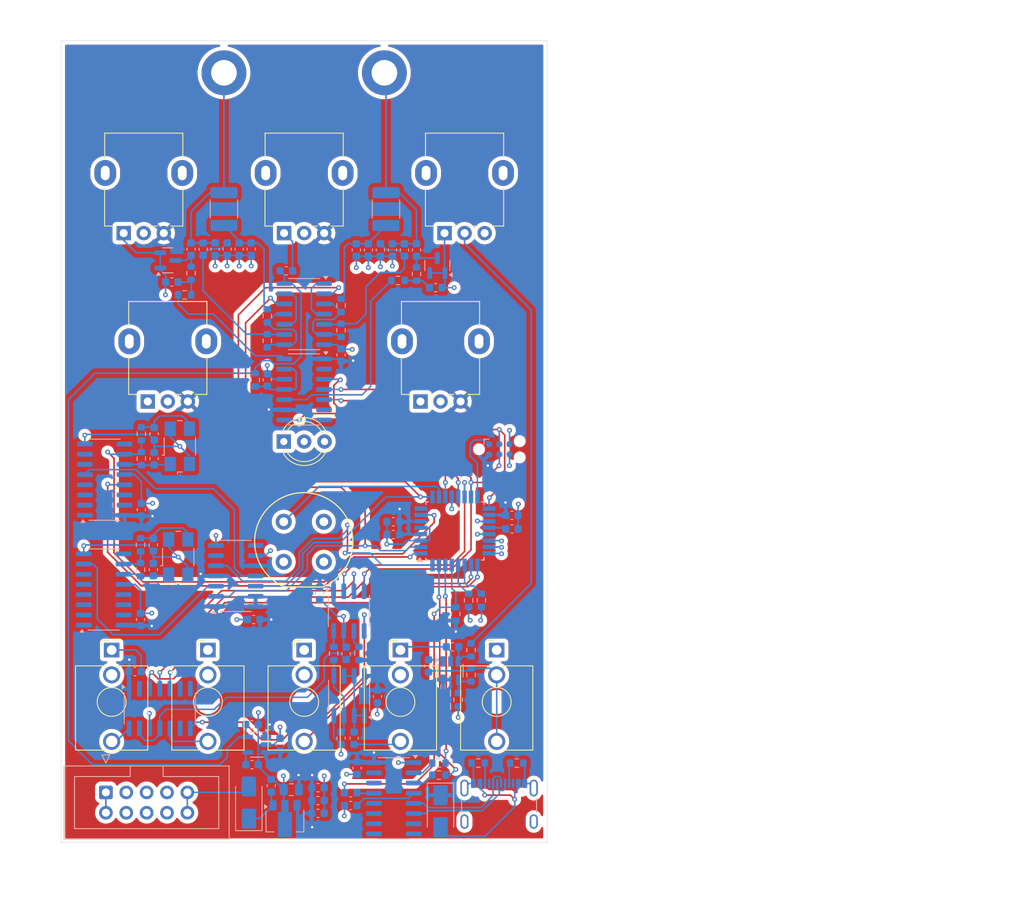
<source format=kicad_pcb>
(kicad_pcb (version 20241229) (generator "pcbnew") (generator_version "9.0")
  (layers (0 "F.Cu" signal) (4 "In1.Cu" signal) (6 "In2.Cu" signal) (2 "B.Cu" signal) (13 "F.Paste" user) (15 "B.Paste" user) (5 "F.SilkS" user "F.Silkscreen") (7 "B.SilkS" user "B.Silkscreen") (1 "F.Mask" user) (3 "B.Mask" user) (25 "Edge.Cuts" user))
  (net 0 "")
  (net 1 "GND")
  (net 2 "Net-(C1-Pad1)")
  (net 3 "Net-(C2-Pad1)")
  (net 4 "Net-(C2-Pad2)")
  (net 5 "Net-(C5-Pad2)")
  (net 6 "Net-(C6-Pad1)")
  (net 7 "Net-(C7-Pad1)")
  (net 8 "Net-(C10-Pad1)")
  (net 9 "Net-(C11-Pad1)")
  (net 10 "Net-(C12-Pad2)")
  (net 11 "Net-(C13-Pad1)")
  (net 12 "Net-(U2-P1)")
  (net 13 "Net-(C16-Pad1)")
  (net 14 "Net-(U3-P1)")
  (net 15 "Net-(C18-Pad1)")
  (net 16 "Net-(U13-+)")
  (net 17 "VrefB")
  (net 18 "VREF")
  (net 19 "Net-(U8A-+)")
  (net 20 "VCC")
  (net 21 "VDD")
  (net 22 "Net-(U8A--)")
  (net 23 "AUDIO")
  (net 24 "Net-(U10-V3)")
  (net 25 "Net-(C31-Pad2)")
  (net 26 "PHONO")
  (net 27 "Net-(U10-~{DTR})")
  (net 28 "RESET")
  (net 29 "Net-(U9-AREF)")
  (net 30 "Net-(U11-BP)")
  (net 31 "Net-(D7-K)")
  (net 32 "Net-(D6-A)")
  (net 33 "+12V")
  (net 34 "DAC_DI")
  (net 35 "MISO")
  (net 36 "DAC_SCK")
  (net 39 "Net-(J4-CC1)")
  (net 40 "D+")
  (net 41 "D-")
  (net 43 "Net-(J4-CC2)")
  (net 44 "CV1")
  (net 46 "CV2")
  (net 48 "GATE")
  (net 50 "Net-(R1-Pad1)")
  (net 51 "Net-(U7-VoutA)")
  (net 52 "Net-(R5-Pad1)")
  (net 53 "VoutB")
  (net 54 "TXD")
  (net 55 "Net-(U10-TXD)")
  (net 56 "RXD")
  (net 57 "Net-(U10-RXD)")
  (net 58 "EX_CLK")
  (net 59 "Net-(U3-P0{slash})")
  (net 60 "Net-(U6-VoutA)")
  (net 61 "LED_BLUE")
  (net 62 "LED_RED")
  (net 63 "Net-(R23-Pad2)")
  (net 64 "Net-(U13--)")
  (net 65 "A3")
  (net 66 "A2")
  (net 67 "A1")
  (net 68 "A0")
  (net 69 "BUT")
  (net 73 "Net-(U2-Q5)")
  (net 76 "SAMPLE_CLK")
  (net 82 "Net-(U3-Q4)")
  (net 93 "VO_VOL")
  (net 94 "F_PITCH")
  (net 95 "VO_PITCH")
  (net 96 "F_VOL")
  (net 98 "Net-(U5-Pad10)")
  (net 99 "Net-(U5-Pad1)")
  (net 100 "DAC_LATCH")
  (net 101 "DAC_CS")
  (net 102 "DAC2_CS")
  (net 103 "DAC3_CS")
  (net 114 "-12V")
  (net 115 "Net-(D4-A1)")
  (net 116 "Net-(D4-A2)")
  (footprint "Connector_Audio:Jack_3.5mm_QingPu_WQP-PJ398SM_Vertical_CircularHoles" (layer "F.Cu") (at 227.6 118.4)
    (property "Reference" "J8" (hide yes))
    (property "Value" "AudioJack2_SwitchT")
  )
  (footprint "Potentiometer_THT:Potentiometer_Alpha_RD901F-40-00D_Single_Vertical" (layer "F.Cu") (at 221.1 66.4 90)
    (property "Reference" "RV2" (hide yes))
    (property "Value" "10k")
  )
  (footprint "Potentiometer_THT:Potentiometer_Alpha_RD901F-40-00D_Single_Vertical" (layer "F.Cu") (at 218.1 87.4 90)
    (property "Reference" "RV4" (hide yes))
    (property "Value" "10k")
  )
  (footprint "Potentiometer_THT:Potentiometer_Alpha_RD901F-40-00D_Single_Vertical" (layer "F.Cu") (at 184.1 87.4 90)
    (property "Reference" "RV5" (hide yes))
    (property "Value" "10k")
  )
  (footprint "Connector_Audio:Jack_3.5mm_QingPu_WQP-PJ398SM_Vertical_CircularHoles" (layer "F.Cu") (at 179.6 118.4)
    (property "Reference" "J5" (hide yes))
    (property "Value" "AudioJack2_SwitchT")
  )
  (footprint "Connector_Audio:Jack_3.5mm_QingPu_WQP-PJ398SM_Vertical_CircularHoles" (layer "F.Cu") (at 203.6 118.4)
    (property "Reference" "J7" (hide yes))
    (property "Value" "AudioJack2_SwitchT")
  )
  (footprint "LED_THT:LED_D5.0mm-3" (layer "F.Cu") (at 201.06 92.4)
    (property "Reference" "D4" (hide yes))
    (property "Value" "LED_Dual_AKA")
  )
  (footprint "Potentiometer_THT:Potentiometer_Alpha_RD901F-40-00D_Single_Vertical" (layer "F.Cu") (at 181.1 66.4 90)
    (property "Reference" "RV7" (hide yes))
    (property "Value" "10k")
  )
  (footprint "Connector_Audio:Jack_3.5mm_QingPu_WQP-PJ398SM_Vertical_CircularHoles" (layer "F.Cu") (at 215.6 118.4)
    (property "Reference" "J3" (hide yes))
    (property "Value" "AudioJack2_SwitchT")
  )
  (footprint "Button_Switch_THT:Push_E-Switch_KS01Q01" (layer "F.Cu") (at 201.05 102.4)
    (property "Reference" "SW1" (hide yes))
    (property "Value" "SW_Push")
  )
  (footprint "Potentiometer_THT:Potentiometer_Alpha_RD901F-40-00D_Single_Vertical" (layer "F.Cu") (at 201.1 66.4 90)
    (property "Reference" "RV6" (hide yes))
    (property "Value" "10k")
  )
  (footprint "Connector_Audio:Jack_3.5mm_QingPu_WQP-PJ398SM_Vertical_CircularHoles" (layer "F.Cu") (at 191.6 118.4)
    (property "Reference" "J6" (hide yes))
    (property "Value" "AudioJack2_SwitchT")
  )
  (footprint "Resistor_SMD:R_0603_1608Metric" (layer "B.Cu") (at 222.5 113.9 -90)
    (property "Reference" "R20" (hide yes))
    (property "Value" "2.2k")
  )
  (footprint "Capacitor_SMD:C_0805_2012Metric" (layer "B.Cu") (at 202 135.825)
    (property "Reference" "C41" (hide yes))
    (property "Value" "47uF")
  )
  (footprint "Resistor_SMD:R_0603_1608Metric" (layer "B.Cu") (at 207.275 118.825 -90)
    (property "Reference" "R17" (hide yes))
    (property "Value" "10k")
  )
  (footprint "Package_SO:SOIC-14_3.9x8.7mm_P1.27mm" (layer "B.Cu") (at 203.6 85.9 180)
    (property "Reference" "U7" (hide yes))
    (property "Value" "MCP4922-E/SL")
  )
  (footprint "Resistor_SMD:R_0603_1608Metric" (layer "B.Cu") (at 199 76.725 -90)
    (property "Reference" "R2" (hide yes))
    (property "Value" "2.2k")
  )
  (footprint "Capacitor_SMD:C_0603_1608Metric" (layer "B.Cu") (at 216.1 68.5 -90)
    (property "Reference" "C9" (hide yes))
    (property "Value" "150pF")
  )
  (footprint "Connector:Tag-Connect_TC2030-IDC-NL_2x03_P1.27mm_Vertical" (layer "B.Cu") (at 227.93 93.365)
    (property "Reference" "J2" (hide yes))
    (property "Value" "Conn_02x03_Odd_Even")
  )
  (footprint "Capacitor_SMD:C_0603_1608Metric" (layer "B.Cu") (at 191 68.4 -90)
    (property "Reference" "C2" (hide yes))
    (property "Value" "150pF")
  )
  (footprint "Package_SO:SOIC-14_3.9x8.7mm_P1.27mm" (layer "B.Cu") (at 203.6 76.5 180)
    (property "Reference" "U5" (hide yes))
    (property "Value" "HEF4069")
  )
  (footprint "Package_SO:SOIC-8_3.9x4.9mm_P1.27mm" (layer "B.Cu") (at 209.17 113.55 -90)
    (property "Reference" "U6" (hide yes))
    (property "Value" "MCP4921-E/SN")
  )
  (footprint "Resistor_SMD:R_0603_1608Metric" (layer "B.Cu") (at 224.4 118.4 90)
    (property "Reference" "R23" (hide yes))
    (property "Value" "2.2k")
  )
  (footprint "Capacitor_SMD:C_0603_1608Metric" (layer "B.Cu") (at 197 68.4 -90)
    (property "Reference" "C14" (hide yes))
    (property "Value" "47pF")
  )
  (footprint "Capacitor_SMD:C_0603_1608Metric" (layer "B.Cu") (at 184.8 108.375 90)
    (property "Reference" "C17" (hide yes))
    (property "Value" "22pF")
  )
  (footprint "Capacitor_SMD:C_0603_1608Metric" (layer "B.Cu") (at 194 68.4 -90)
    (property "Reference" "C3" (hide yes))
    (property "Value" "150pF")
  )
  (footprint "Resistor_SMD:R_0603_1608Metric" (layer "B.Cu") (at 189.5 71.4 90)
    (property "Reference" "R3" (hide yes))
    (property "Value" "100k")
  )
  (footprint "Capacitor_SMD:C_0603_1608Metric" (layer "B.Cu") (at 208.2 129.4 -90)
    (property "Reference" "C22" (hide yes))
    (property "Value" "10n")
  )
  (footprint "Resistor_SMD:R_0603_1608Metric" (layer "B.Cu") (at 188.7 74.1 180)
    (property "Reference" "R4" (hide yes))
    (property "Value" "100k")
  )
  (footprint "Resistor_SMD:R_0603_1608Metric" (layer "B.Cu") (at 199 79.825 90)
    (property "Reference" "R1" (hide yes))
    (property "Value" "4.7M")
  )
  (footprint "Capacitor_SMD:C_0603_1608Metric" (layer "B.Cu") (at 200.6 130.2 90)
    (property "Reference" "C36" (hide yes))
    (property "Value" "10u")
  )
  (footprint "Package_TO_SOT_SMD:SOT-23" (layer "B.Cu") (at 186.6 69.8)
    (property "Reference" "D1" (hide yes))
    (property "Value" "BB914")
  )
  (footprint "Crystal:Crystal_SMD_0603-4Pin_6.0x3.5mm" (layer "B.Cu") (at 187.9 106.8 90)
    (property "Reference" "Y1" (hide yes))
    (property "Value" "7.3728MHz")
  )
  (footprint "Resistor_SMD:R_0603_1608Metric" (layer "B.Cu") (at 208.2 75.425 -90)
    (property "Reference" "R6" (hide yes))
    (property "Value" "2.2k")
  )
  (footprint "Package_SO:SOIC-14_3.9x8.7mm_P1.27mm" (layer "B.Cu") (at 185.6 125.7 -90)
    (property "Reference" "U12" (hide yes))
    (property "Value" "MCP4922-E/SL")
  )
  (footprint "Resistor_SMD:R_0603_1608Metric" (layer "B.Cu") (at 183.3 91.43 -90)
    (property "Reference" "R12" (hide yes))
    (property "Value" "470")
  )
  (footprint "Resistor_SMD:R_0603_1608Metric" (layer "B.Cu") (at 208.2 78.525 90)
    (property "Reference" "R5" (hide yes))
    (property "Value" "4.7M")
  )
  (footprint "Resistor_SMD:R_0603_1608Metric" (layer "B.Cu") (at 197.5 84.7 90)
    (property "Reference" "R15" (hide yes))
    (property "Value" "100k")
  )
  (footprint "Capacitor_SMD:C_1812_4532Metric" (layer "B.Cu") (at 193.6 63.4 -90)
    (property "Reference" "L1" (hide yes))
    (property "Value" "1mH CC453232A-102KL")
  )
  (footprint "Resistor_SMD:R_0603_1608Metric" (layer "B.Cu") (at 210.435 118.825 -90)
    (property "Reference" "R16" (hide yes))
    (property "Value" "100k")
  )
  (footprint "Resistor_SMD:R_0603_1608Metric" (layer "B.Cu") (at 220.4 134)
    (property "Reference" "R10" (hide yes))
    (property "Value" "2.2k")
  )
  (footprint "Capacitor_SMD:C_0603_1608Metric" (layer "B.Cu") (at 210.2 133.125 -90)
    (property "Reference" "C47" (hide yes))
    (property "Value" "100nF")
  )
  (footprint "Package_SO:SOIC-16_3.9x9.9mm_P1.27mm" (layer "B.Cu") (at 178.6 110.85)
    (property "Reference" "U3" (hide yes))
    (property "Value" "74HC4060D")
  )
  (footprint "Capacitor_SMD:C_0603_1608Metric" (layer "B.Cu") (at 220 73.2)
    (property "Reference" "C13" (hide yes))
    (property "Value" "100nF")
  )
  (footprint "Diode_SMD:D_SMA" (layer "B.Cu") (at 220.6 138.5 -90)
    (property "Reference" "D6" (hide yes))
    (property "Value" "SS34")
  )
  (footprint "Package_TO_SOT_SMD:SOT-89-3" (layer "B.Cu") (at 201.2 139.725 -90)
    (property "Reference" "U14" (hide yes))
    (property "Value" "AP2205R-5.0")
  )
  (footprint "Capacitor_SMD:C_0603_1608Metric" (layer "B.Cu") (at 184.8 105.275 -90)
    (property "Reference" "C18" (hide yes))
    (property "Value" "22pF")
  )
  (footprint "Resistor_SMD:R_0603_1608Metric" (layer "B.Cu") (at 225.3 132.5 180)
    (property "Reference" "R22" (hide yes))
    (property "Value" "5.1k")
  )
  (footprint "Capacitor_SMD:C_0603_1608Metric" (layer "B.Cu") (at 219.1 120.4 90)
    (property "Reference" "C31" (hide yes))
    (property "Value" "10uF")
  )
  (footprint "Capacitor_SMD:C_0603_1608Metric" (layer "B.Cu") (at 210.1 68.5 -90)
    (property "Reference" "C7" (hide yes))
    (property "Value" "150pF")
  )
  (footprint "Package_SO:SOIC-8_3.9x4.9mm_P1.27mm" (layer "B.Cu") (at 209.2 124.1 90)
    (property "Reference" "U8" (hide yes))
    (property "Value" "MCP6002T-I/SN")
  )
  (footprint "Diode_SMD:D_SMA" (layer "B.Cu") (at 196.7 137.425 90)
    (property "Reference" "D7" (hide yes))
    (property "Value" "SS34")
  )
  (footprint "Capacitor_SMD:C_0603_1608Metric" (layer "B.Cu") (at 222.1 118)
    (property "Reference" "C19" (hide yes))
    (property "Value" "10nF")
  )
  (footprint "Package_QFP:TQFP-32_7x7mm_P0.8mm" (layer "B.Cu") (at 222.4 103.55)
    (property "Reference" "U9" (hide yes))
    (property "Value" "ATmega328P-AU")
  )
  (footprint "Package_SO:SOIC-16_3.9x9.9mm_P1.27mm" (layer "B.Cu") (at 214.775 136.895 180)
    (property "Reference" "U10" (hide yes))
    (property "Value" "CH340C")
  )
  (footprint "Capacitor_SMD:C_0603_1608Metric" (layer "B.Cu") (at 229.5 101.6)
    (property "Reference" "C45" (hide yes))
    (property "Value" "100nF")
  )
  (footprint "Capacitor_SMD:C_0603_1608Metric" (layer "B.Cu") (at 211.6 68.5 -90)
    (property "Reference" "C8" (hide yes))
    (property "Value" "150pF")
  )
  (footprint "MountingHole:MountingHole_3.2mm_M3_DIN965_Pad" (layer "B.Cu") (at 213.6 46.4)
    (property "Reference" "H1" (hide yes))
    (property "Value" "MountingHole_Pad")
  )
  (footprint "Package_TO_SOT_SMD:SOT-23-5" (layer "B.Cu") (at 221.85 120.9625 -90)
    (property "Reference" "U13" (hide yes))
    (property "Value" "AD8531ARTZ-R7")
  )
  (footprint "Resistor_SMD:R_0603_1608Metric" (layer "B.Cu") (at 224.4 121.5 -90)
    (property "Reference" "R25" (hide yes))
    (property "Value" "10k")
  )
  (footprint "Capacitor_SMD:C_0603_1608Metric" (layer "B.Cu") (at 214.6 68.5 -90)
    (property "Reference" "C11" (hide yes))
    (property "Value" "10pF")
  )
  (footprint "Capacitor_SMD:C_0603_1608Metric" (layer "B.Cu") (at 217.6 68.5 -90)
    (property "Reference" "C12" (hide yes))
    (property "Value" "470pF")
  )
  (footprint "Capacitor_SMD:C_0603_1608Metric" (layer "B.Cu") (at 201.375 71.1)
    (property "Reference" "C28" (hide yes))
    (property "Value" "100nF")
  )
  (footprint "Capacitor_SMD:C_0603_1608Metric" (layer "B.Cu") (at 192.5 68.4 -90)
    (property "Reference" "C4" (hide yes))
    (property "Value" "not assembled")
  )
  (footprint "Resistor_SMD:R_0603_1608Metric" (layer "B.Cu") (at 183.3 94.53 -90)
    (property "Reference" "R11" (hide yes))
    (property "Value" "4.7M")
  )
  (footprint "Capacitor_SMD:C_0603_1608Metric" (layer "B.Cu") (at 205.325 135.575 180)
    (property "Reference" "C40" (hide yes))
    (property "Value" "22pF")
  )
  (footprint "Package_TO_SOT_SMD:SOT-23-5" (layer "B.Cu") (at 197.7 130.2 180)
    (property "Reference" "U11" (hide yes))
    (property "Value" "LP2985-3.3")
  )
  (footprint "Capacitor_SMD:C_0603_1608Metric" (layer "B.Cu") (at 205.535 111.325 -90)
    (property "Reference" "C35" (hide yes))
    (property "Value" "100nF")
  )
  (footprint "Capacitor_SMD:C_0603_1608Metric" (layer "B.Cu") (at 209.4 136.2)
    (property "Reference" "C32" (hide yes))
    (property "Value" "100n")
  )
  (footprint "Package_SO:SOIC-14_3.9x8.7mm_P1.27mm" (layer "B.Cu") (at 195.075 109.16)
    (property "Reference" "U4" (hide yes))
    (property "Value" "74HC74")
  )
  (footprint "MountingHole:MountingHole_3.2mm_M3_DIN965_Pad" (layer "B.Cu") (at 193.6 46.4)
    (property "Reference" "H2" (hide yes))
    (property "Value" "MountingHole_Pad")
  )
  (footprint "Capacitor_SMD:C_0603_1608Metric" (layer "B.Cu") (at 205.325 138.775)
    (property "Reference" "C43" (hide yes))
    (property "Value" "100nF")
  )
  (footprint "Resistor_SMD:R_0603_1608Metric" (layer "B.Cu") (at 217.6 71.5 90)
    (property "Reference" "R7" (hide yes))
    (property "Value" "100k")
  )
  (footprint "Capacitor_SMD:C_0603_1608Metric" (layer "B.Cu") (at 213.1 68.5 -90)
    (property "Reference" "C10" (hide yes))
    (property "Value" "150pF")
  )
  (footprint "Capacitor_SMD:C_0603_1608Metric" (layer "B.Cu") (at 183.3 100.9 90)
    (property "Reference" "C27" (hide yes))
    (property "Value" "100nF")
  )
  (footprint "Capacitor_SMD:C_0603_1608Metric" (layer "B.Cu") (at 184.9 91.43 -90)
    (property "Reference" "C16" (hide yes))
    (property "Value" "22pF")
  )
  (footprint "Connector_IDC:IDC-Header_2x05_P2.54mm_Vertical" (layer "B.Cu") (at 178.88 136.16 -90)
    (property "Reference" "J1" (hide yes))
    (property "Value" "Conn_02x05_Odd_Even")
  )
  (footprint "Resistor_SMD:R_0603_1608Metric" (layer "B.Cu") (at 183.2 105.275 -90)
    (property "Reference" "R14" (hide yes))
    (property "Value" "470")
  )
  (footprint "Resistor_SMD:R_0603_1608Metric" (layer "B.Cu") (at 224.1 112.2 90)
    (property "Reference" "R19" (hide yes))
    (property "Value" "470")
  )
  (footprint "Resistor_SMD:R_0603_1608Metric" (layer "B.Cu") (at 230.1 132.5)
    (property "Reference" "R21" (hide yes))
    (property "Value" "5.1k")
  )
  (footprint "Resistor_SMD:R_0603_1608Metric" (layer "B.Cu") (at 215.3 72.3 180)
    (property "Reference" "R8" (hide yes))
    (property "Value" "100k")
  )
  (footprint "Capacitor_SMD:C_0603_1608Metric" (layer "B.Cu") (at 184.9 94.53 90)
    (property "Reference" "C15" (hide yes))
    (property "Value" "22pF")
  )
  (footprint "Capacitor_SMD:C_0603_1608Metric" (layer "B.Cu") (at 197.3 114.6 180)
    (property "Reference" "C34" (hide yes))
    (property "Value" "100nF")
  )
  (footprint "Capacitor_SMD:C_0603_1608Metric" (layer "B.Cu") (at 214.7 104 180)
    (property "Reference" "C46" (hide yes))
    (property "Value" "100nF")
  )
  (footprint "Capacitor_SMD:C_0603_1608Metric" (layer "B.Cu") (at 189.5 68.4 -90)
    (property "Reference" "C5" (hide yes))
    (property "Value" "470pF")
  )
  (footprint "Capacitor_SMD:C_0603_1608Metric" (layer "B.Cu") (at 187.1 72.5 180)
    (property "Reference" "C6" (hide yes))
    (property "Value" "100nF")
  )
  (footprint "Capacitor_SMD:C_0603_1608Metric" (layer "B.Cu") (at 197.1 132.7)
    (property "Reference" "C38" (hide yes))
    (property "Value" "10n")
  )
  (footprint "Capacitor_SMD:C_0603_1608Metric" (layer "B.Cu") (at 183.2 114.6 90)
    (property "Reference" "C23" (hide yes))
    (property "Value" "100nF")
  )
  (footprint "Capacitor_SMD:C_0603_1608Metric" (layer "B.Cu") (at 195.5 68.4 -90)
    (property "Reference" "C1" (hide yes))
    (property "Value" "150pF")
  )
  (footprint "Package_SO:SOIC-16_3.9x9.9mm_P1.27mm" (layer "B.Cu") (at 178.725 97.155)
    (property "Reference" "U2" (hide yes))
    (property "Value" "74HC4060D")
  )
  (footprint "Crystal:Crystal_SMD_0603-4Pin_6.0x3.5mm" (layer "B.Cu") (at 188.1 93 90)
    (property "Reference" "Y2" (hide yes))
    (property "Value" "16MHz")
  )
  (footprint "Capacitor_SMD:C_0603_1608Metric" (layer "B.Cu") (at 208.2 81.6 90)
    (property "Reference" "C24" (hide yes))
    (property "Value" "100nF")
  )
  (footprint "Package_TO_SOT_SMD:SOT-23" (layer "B.Cu") (at 220.2 70.4375 90)
    (property "Reference" "D2" (hide yes))
    (property "Value" "BB914")
  )
  (footprint "Resistor_SMD:R_0603_1608Metric" (layer "B.Cu") (at 220.4 132.5)
    (property "Reference" "R9" (hide yes))
    (property "Value" "2.2k")
  )
  (footprint "Capacitor_SMD:C_0603_1608Metric" (layer "B.Cu") (at 212.735 124.2 -90)
    (property "Reference" "C44" (hide yes))
    (property "Value" "100nF")
  )
  (footprint "Resistor_SMD:R_0603_1608Metric" (layer "B.Cu") (at 225.7 112.2 90)
    (property "Reference" "R18" (hide yes))
    (property "Value" "470")
  )
  (footprint "Connector_USB:USB_C_Receptacle_GCT_USB4105-xx-A_16P_TopMnt_Horizontal" (layer "B.Cu") (at 227.9 138.725 180)
    (property "Reference" "J4" (hide yes))
    (property "Value" "USB_C_Receptacle_USB2.0_16P")
  )
  (footprint "Capacitor_SMD:C_0603_1608Metric" (layer "B.Cu") (at 209.835 129.4 -90)
    (property "Reference" "C29" (hide yes))
    (property "Value" "10uF")
  )
  (footprint "Capacitor_SMD:C_0603_1608Metric" (layer "B.Cu") (at 182.5 121.1)
    (property "Reference" "C25" (hide yes))
    (property "Value" "100nF")
  )
  (footprint "Capacitor_SMD:C_0603_1608Metric" (layer "B.Cu") (at 197.1 127.7)
    (property "Reference" "C37" (hide yes))
    (property "Value" "10u")
  )
  (footprint "Capacitor_SMD:C_1812_4532Metric" (layer "B.Cu") (at 213.8 63.4 -90)
    (property "Reference" "L2" (hide yes))
    (property "Value" "1mH CC453232A-102KL")
  )
  (footprint "Capacitor_SMD:C_0603_1608Metric" (layer "B.Cu") (at 199.5 135.325 -90)
    (property "Reference" "C39" (hide yes))
    (property "Value" "22pF")
  )
  (footprint "Capacitor_SMD:C_0603_1608Metric" (layer "B.Cu") (at 229.5 103.3)
    (property "Reference" "C33" (hide yes))
    (property "Value" "100n")
  )
  (footprint "Resistor_SMD:R_0603_1608Metric" (layer "B.Cu") (at 222.8 124.6 -90)
    (property "Reference" "R24" (hide yes))
    (property "Value" "10k")
  )
  (footprint "Capacitor_SMD:C_0603_1608Metric" (layer "B.Cu") (at 205.325 137.175)
    (property "Reference" "C42" (hide yes))
    (property "Value" "100nF")
  )
  (footprint "Capacitor_SMD:C_0603_1608Metric" (layer "B.Cu") (at 214.7 102.4 180)
    (property "Reference" "C26" (hide yes))
    (property "Value" "100nF")
  )
  (footprint "Capacitor_SMD:C_0603_1608Metric" (layer "B.Cu") (at 208.835 118.825 90)
    (property "Reference" "C21" (hide yes))
    (property "Value" "100n")
  )
  (footprint "Capacitor_SMD:C_0603_1608Metric" (layer "B.Cu") (at 209.4 137.8 180)
    (property "Reference" "C30" (hide yes))
    (property "Value" "100n")
  )
  (footprint "Capacitor_SMD:C_0603_1608Metric" (layer "B.Cu") (at 199 84.7 90)
    (property "Reference" "C20" (hide yes))
    (property "Value" "100n")
  )
  (footprint "Resistor_SMD:R_0603_1608Metric" (layer "B.Cu") (at 183.2 108.375 -90)
    (property "Reference" "R13" (hide yes))
    (property "Value" "4.7M")
  )
  (gr_rect (start 173.3 42.4) (end 233.9 142.4) (stroke (width 0.05)) (fill no) (layer "Edge.Cuts"))
  (via (at 201 134.1) (size 0.6) (drill 0.3) (layers "F.Cu" "B.Cu") (net 1))
  (via (at 176.25 91.6) (size 0.6) (drill 0.3) (layers "F.Cu" "B.Cu") (net 1))
  (via (at 211.6 70.7) (size 0.6) (drill 0.3) (layers "F.Cu" "B.Cu") (net 1))
  (via (at 199 82.9) (size 0.6) (drill 0.3) (layers "F.Cu" "B.Cu") (net 1))
  (via (at 194 70.5) (size 0.6) (drill 0.3) (layers "F.Cu" "B.Cu") (net 1))
  (via (at 195.5 70.5) (size 0.6) (drill 0.3) (layers "F.Cu" "B.Cu") (net 1))
  (via (at 208.5 114.2) (size 0.6) (drill 0.3) (layers "F.Cu" "B.Cu") (net 1))
  (via (at 192.6 104.1) (size 0.6) (drill 0.3) (layers "F.Cu" "B.Cu") (net 1))
  (via (at 188.1 93) (size 0.6) (drill 0.3) (layers "F.Cu" "B.Cu") (net 1))
  (via (at 208.6 139.1) (size 0.6) (drill 0.3) (layers "F.Cu" "B.Cu") (net 1))
  (via (at 215.35 132.45) (size 0.6) (drill 0.3) (layers "F.Cu" "B.Cu") (net 1))
  (via (at 208.9 133.9) (size 0.6) (drill 0.3) (layers "F.Cu" "B.Cu") (net 1))
  (via (at 210.1 70.7) (size 0.6) (drill 0.3) (layers "F.Cu" "B.Cu") (net 1))
  (via (at 184.3 126.3) (size 0.6) (drill 0.3) (layers "F.Cu" "B.Cu") (net 1))
  (via (at 197 70.5) (size 0.6) (drill 0.3) (layers "F.Cu" "B.Cu") (net 1))
  (via (at 200.6 128) (size 0.6) (drill 0.3) (layers "F.Cu" "B.Cu") (net 1))
  (via (at 208.2 131.4) (size 0.6) (drill 0.3) (layers "F.Cu" "B.Cu") (net 1))
  (via (at 192.5 70.5) (size 0.6) (drill 0.3) (layers "F.Cu" "B.Cu") (net 1))
  (via (at 195.2 114.6) (size 0.6) (drill 0.3) (layers "F.Cu" "B.Cu") (net 1))
  (via (at 209.6 80.9) (size 0.6) (drill 0.3) (layers "F.Cu" "B.Cu") (net 1))
  (via (at 214.6 70.5) (size 0.6) (drill 0.3) (layers "F.Cu" "B.Cu") (net 1))
  (via (at 184.6 113.8) (size 0.6) (drill 0.3) (layers "F.Cu" "B.Cu") (net 1))
  (via (at 206.1 134.1) (size 0.6) (drill 0.3) (layers "F.Cu" "B.Cu") (net 1))
  (via (at 187.9 106.8) (size 0.6) (drill 0.3) (layers "F.Cu" "B.Cu") (net 1))
  (via (at 184.7 100.1) (size 0.6) (drill 0.3) (layers "F.Cu" "B.Cu") (net 1))
  (via (at 222.3 73.2) (size 0.6) (drill 0.3) (layers "F.Cu" "B.Cu") (net 1))
  (via (at 222.8 126.8) (size 0.6) (drill 0.3) (layers "F.Cu" "B.Cu") (net 1))
  (via (at 176.125 105.4) (size 0.6) (drill 0.3) (layers "F.Cu" "B.Cu") (net 1))
  (via (at 213.1 70.6) (size 0.6) (drill 0.3) (layers "F.Cu" "B.Cu") (net 1))
  (via (at 213.9 105.2) (size 0.6) (drill 0.3) (layers "F.Cu" "B.Cu") (net 1))
  (via (at 229.2 95.4) (size 0.6) (drill 0.3) (layers "F.Cu" "B.Cu") (net 1))
  (via (at 186.3 74.1) (size 0.6) (drill 0.3) (layers "F.Cu" "B.Cu") (net 1))
  (via (at 225.2 103.95) (size 0.6) (drill 0.3) (layers "F.Cu" "B.Cu") (net 1))
  (via (at 197.9 126.2) (size 0.6) (drill 0.3) (layers "F.Cu" "B.Cu") (net 1))
  (via (at 230.3 100.2) (size 0.6) (drill 0.3) (layers "F.Cu" "B.Cu") (net 1))
  (via (at 212.7 126.4) (size 0.6) (drill 0.3) (layers "F.Cu" "B.Cu") (net 1))
  (segment (start 221.1 66.4) (end 221.1 71.325) (width 0.2) (layer "B.Cu") (net 1))
  (segment (start 208.5 114.2) (end 207.7 114.2) (width 0.2) (layer "B.Cu") (net 1))
  (segment (start 206.075 80.31) (end 207.685 80.31) (width 0.2) (layer "B.Cu") (net 1))
  (segment (start 219.15 104.75) (end 218.15 104.75) (width 0.2) (layer "B.Cu") (net 1))
  (segment (start 231.1 135.045) (end 231.1 132.675) (width 0.2) (layer "B.Cu") (net 1))
  (segment (start 224.7 135.045) (end 224.155 135.045) (width 0.2) (layer "B.Cu") (net 1))
  (segment (start 219.251 103.251) (end 219.251 104.649) (width 0.2) (layer "B.Cu") (net 1))
  (segment (start 229.2 94) (end 229.2 95.4) (width 0.2) (layer "B.Cu") (net 1))
  (segment (start 206.1 135.575) (end 206.1 134.1) (width 0.2) (layer "B.Cu") (net 1))
  (segment (start 192.6 105.35) (end 192.6 104.1) (width 0.2) (layer "B.Cu") (net 1))
  (segment (start 197.875 132.7) (end 197.875 132.925) (width 0.2) (layer "B.Cu") (net 1))
  (segment (start 197.875 127.7) (end 197.875 130.2) (width 0.2) (layer "B.Cu") (net 1))
  (segment (start 214.6 69.275) (end 210.1 69.275) (width 0.2) (layer "B.Cu") (net 1))
  (segment (start 231.1 132.675) (end 230.925 132.5) (width 0.2) (layer "B.Cu") (net 1))
  (segment (start 197.875 130.2) (end 197.875 132.7) (width 0.2) (layer "B.Cu") (net 1))
  (segment (start 184.3 126.4) (end 184.33 126.43) (width 0.2) (layer "B.Cu") (net 1))
  (segment (start 184.05 105.3) (end 184.8 106.05) (width 0.2) (layer "B.Cu") (net 1))
  (segment (start 209.6 80.9) (end 208.275 80.9) (width 0.2) (layer "B.Cu") (net 1))
  (segment (start 199 83.925) (end 199 82.9) (width 0.2) (layer "B.Cu") (net 1))
  (segment (start 212.735 124.975) (end 212.735 126.365) (width 0.2) (layer "B.Cu") (net 1))
  (segment (start 216.35 104.75) (end 215.9 105.2) (width 0.2) (layer "B.Cu") (net 1))
  (segment (start 176.25 91.6) (end 176.3 91.6) (width 0.2) (layer "B.Cu") (net 1))
  (segment (start 197.875 126.225) (end 197.9 126.2) (width 0.2) (layer "B.Cu") (net 1))
  (segment (start 181.2 96.52) (end 182.42 96.52) (width 0.2) (layer "B.Cu") (net 1))
  (segment (start 199.825 130.2) (end 200.6 129.425) (width 0.2) (layer "B.Cu") (net 1))
  (segment (start 198.8375 130.2) (end 197.875 130.2) (width 0.2) (layer "B.Cu") (net 1))
  (segment (start 184.575 113.825) (end 184.6 113.8) (width 0.2) (layer "B.Cu") (net 1))
  (segment (start 183.2 110.9) (end 183.2 113.825) (width 0.2) (layer "B.Cu") (net 1))
  (segment (start 186.325 71.625) (end 186.325 72.5) (width 0.2) (layer "B.Cu") (net 1))
  (segment (start 215.9 105.2) (end 213.9 105.2) (width 0.2) (layer "B.Cu") (net 1))
  (segment (start 212.735 126.365) (end 212.7 126.4) (width 0.2) (layer "B.Cu") (net 1))
  (segment (start 181.075 110.215) (end 182.515 110.215) (width 0.2) (layer "B.Cu") (net 1))
  (segment (start 187.9 106.8) (end 184.8 106.8) (width 0.2) (layer "B.Cu") (net 1))
  (segment (start 208.625 139.075) (end 208.6 139.1) (width 0.2) (layer "B.Cu") (net 1))
  (segment (start 195.5 69.175) (end 195.5 70.5) (width 0.2) (layer "B.Cu") (net 1))
  (segment (start 176.2 105.4) (end 176.3 105.3) (width 0.2) (layer "B.Cu") (net 1))
  (segment (start 183.3 100.125) (end 184.675 100.125) (width 0.2) (layer "B.Cu") (net 1))
  (segment (start 205.6 112.1) (end 205.535 112.1) (width 0.2) (layer "B.Cu") (net 1))
  (segment (start 230.275 103.3) (end 230.275 101.6) (width 0.2) (layer "B.Cu") (net 1))
  (segment (start 176.125 105.4) (end 176.2 105.4) (width 0.2) (layer "B.Cu") (net 1))
  (segment (start 208.535 117.75) (end 208.835 118.05) (width 0.2) (layer "B.Cu") (net 1))
  (segment (start 215.35 132.45) (end 217.25 132.45) (width 0.2) (layer "B.Cu") (net 1))
  (segment (start 198.8375 130.2) (end 199.825 130.2) (width 0.2) (layer "B.Cu") (net 1))
  (segment (start 231.1 135.045) (end 231.645 135.045) (width 0.2) (layer "B.Cu") (net 1))
  (segment (start 213.1 69.275) (end 213.1 70.6) (width 0.2) (layer "B.Cu") (net 1))
  (segment (start 208.535 114.235) (end 208.535 116.025) (width 0.2) (layer "B.Cu") (net 1))
  (segment (start 188.1 93) (end 185 93) (width 0.2) (layer "B.Cu") (net 1))
  (segment (start 183.275 121.1) (end 183.275 119.075) (width 0.2) (layer "B.Cu") (net 1))
  (segment (start 199.775 134.55) (end 201.05 135.825) (width 0.2) (layer "B.Cu") (net 1))
  (segment (start 208.2 130.175) (end 208.2 131.4) (width 0.2) (layer "B.Cu") (net 1))
  (segment (start 225.2 103.95) (end 226.65 103.95) (width 0.2) (layer "B.Cu") (net 1))
  (segment (start 201.05 137.7125) (end 201.2 137.8625) (width 0.2) (layer "B.Cu") (net 1))
  (segment (start 219.25 71.375) (end 221.15 71.375) (width 0.2) (layer "B.Cu") (net 1))
  (segment (start 202.15 71.1) (end 202.15 67.45) (width 0.2) (layer "B.Cu") (net 1))
  (segment (start 208.275 80.9) (end 208.2 80.825) (width 0.2) (layer "B.Cu") (net 1))
  (segment (start 189.3 94.2) (end 189.3 95.2) (width 0.2) (layer "B.Cu") (net 1))
  (segment (start 207.685 80.31) (end 208.2 80.825) (width 0.2) (layer "B.Cu") (net 1))
  (segment (start 183.2 113.825) (end 184.575 113.825) (width 0.2) (layer "B.Cu") (net 1))
  (segment (start 207.295 126.575) (end 207.295 129.27) (width 0.2) (layer "B.Cu") (net 1))
  (segment (start 184.33 126.43) (end 184.33 128.175) (width 0.2) (layer "B.Cu") (net 1))
  (segment (start 186.7 105.6) (end 187.9 106.8) (width 0.2) (layer "B.Cu") (net 1))
  (segment (start 182.65 68.85) (end 185.6625 68.85) (width 0.2) (layer "B.Cu") (net 1))
  (segment (start 230.275 101.6) (end 230.275 100.225) (width 0.2) (layer "B.Cu") (net 1))
  (segment (start 186.325 72.5) (end 186.325 74.075) (width 0.2) (layer "B.Cu") (net 1))
  (segment (start 201.125 84.63) (end 199.705 84.63) (width 0.2) (layer "B.Cu") (net 1))
  (segment (start 189.1 109) (end 189.1 108) (width 0.2) (layer "B.Cu") (net 1))
  (segment (start 176.3 91.6) (end 176.4 91.5) (width 0.2) (layer "B.Cu") (net 1))
  (segment (start 201.05 134.15) (end 201 134.1) (width 0.2) (layer "B.Cu") (net 1))
  (segment (start 176.25 91.6) (end 176.25 92.71) (width 0.2) (layer "B.Cu") (net 1))
  (segment (start 221.85 118.525) (end 221.325 118) (width 0.2) (layer "B.Cu") (net 1))
  (segment (start 184.195 91.5) (end 184.9 92.205) (width 0.2) (layer "B.Cu") (net 1))
  (segment (start 213.925 104) (end 213.925 105.175) (width 0.2) (layer "B.Cu") (net 1))
  (segment (start 185.6625 68.85) (end 185.6625 70.75) (width 0.2) (layer "B.Cu") (net 1))
  (segment (start 201.05 135.825) (end 201.05 137.7125) (width 0.2) (layer "B.Cu") (net 1))
  (segment (start 176.4 91.5) (end 184.195 91.5) (width 0.2) (layer "B.Cu") (net 1))
  (segment (start 183.275 119.075) (end 182.6 118.4) (width 0.2) (layer "B.Cu") (net 1))
  (segment (start 192.5 69.175) (end 192.5 70.5) (width 0.2) (layer "B.Cu") (net 1))
  (segment (start 230.275 100.225) (end 230.3 100.2) (width 0.2) (layer "B.Cu") (net 1))
  (segment (start 185.6625 70.75) (end 185.6625 70.9625) (width 0.2) (layer "B.Cu") (net 1))
  (segment (start 186.7 104.6) (end 186.7 105.6) (width 0.2) (layer "B.Cu") (net 1))
  (segment (start 184.3 126.3) (end 184.3 126.4) (width 0.2) (layer "B.Cu") (net 1))
  (segment (start 221.1 71.325) (end 221.15 71.375) (width 0.2) (layer "B.Cu") (net 1))
  (segment (start 214.6 69.275) (end 214.6 70.5) (width 0.2) (layer "B.Cu") (net 1))
  (segment (start 188.1 93) (end 189.3 94.2) (width 0.2) (layer "B.Cu") (net 1))
  (segment (start 224.7 135.045) (end 224.7 132.725) (width 0.2) (layer "B.Cu") (net 1))
  (segment (start 199.5 134.55) (end 199.775 134.55) (width 0.2) (layer "B.Cu") (net 1))
  (segment (start 186.9 90.8) (end 186.9 91.8) (width 0.2) (layer "B.Cu") (net 1))
  (segment (start 182.42 96.52) (end 183.3 97.4) (width 0.2) (layer "B.Cu") (net 1))
  (segment (start 184.9 92.9) (end 184.9 92.205) (width 0.2) (layer "B.Cu") (net 1))
  (segment (start 208.625 137.8) (end 208.625 139.075) (width 0.2) (layer "B.Cu") (net 1))
  (segment (start 194 69.175) (end 194 70.5) (width 0.2) (layer "B.Cu") (net 1))
  (segment (start 181.1 66.4) (end 181.1 67.3) (width 0.2) (layer "B.Cu") (net 1))
  (segment (start 213.925 105.175) (end 213.9 105.2) (width 0.2) (layer "B.Cu") (net 1))
  (segment (start 210.1 69.275) (end 210.1 70.7) (width 0.2) (layer "B.Cu") (net 1))
  (segment (start 221.15 72.825) (end 220.775 73.2) (width 0.2) (layer "B.Cu") (net 1))
  (segment (start 184.9 93.755) (end 184.9 92.9) (width 0.2) (layer "B.Cu") (net 1))
  (segment (start 176.125 105.4) (end 176.125 106.405) (width 0.2) (layer "B.Cu") (net 1))
  (segment (start 185.6625 70.9625) (end 186.325 71.625) (width 0.2) (layer "B.Cu") (net 1))
  (segment (start 207.295 129.27) (end 208.2 130.175) (width 0.2) (layer "B.Cu") (net 1))
  (segment (start 216 118) (end 215.6 118.4) (width 0.2) (layer "B.Cu") (net 1))
  (segment (start 219.251 104.649) (end 219.15 104.75) (width 0.2) (layer "B.Cu") (net 1))
  (segment (start 221.85 119.825) (end 221.85 118.525) (width 0.2) (layer "B.Cu") (net 1))
  (segment (start 184.675 100.125) (end 184.7 100.1) (width 0.2) (layer "B.Cu") (net 1))
  (segment (start 182.515 110.215) (end 183.2 110.9) (width 0.2) (layer "B.Cu") (net 1))
  (segment (start 186.325 74.075) (end 186.3 74.1) (width 0.2) (layer "B.Cu") (net 1))
  (segment (start 181.1 67.3) (end 182.65 68.85) (width 0.2) (layer "B.Cu") (net 1))
  (segment (start 220.775 73.2) (end 222.3 73.2) (width 0.2) (layer "B.Cu") (net 1))
  (segment (start 218.15 104.75) (end 216.35 104.75) (width 0.2) (layer "B.Cu") (net 1))
  (segment (start 197 69.175) (end 192.5 69.175) (width 0.2) (layer "B.Cu") (net 1))
  (segment (start 218.15 103.15) (end 219.15 103.15) (width 0.2) (layer "B.Cu") (net 1))
  (segment (start 186.9 91.8) (end 188.1 93) (width 0.2) (layer "B.Cu") (net 1))
  (segment (start 210.2 133.9) (end 208.9 133.9) (width 0.2) (layer "B.Cu") (net 1))
  (segment (start 213.925 104) (end 213.925 102.4) (width 0.2) (layer "B.Cu") (net 1))
  (segment (start 184.8 106.05) (end 184.8 106.8) (width 0.2) (layer "B.Cu") (net 1))
  (segment (start 201.05 135.825) (end 201.05 134.15) (width 0.2) (layer "B.Cu") (net 1))
  (segment (start 185 93) (end 184.9 92.9) (width 0.2) (layer "B.Cu") (net 1))
  (segment (start 231.645 135.045) (end 232.22 135.62) (width 0.2) (layer "B.Cu") (net 1))
  (segment (start 207.7 114.2) (end 205.6 112.1) (width 0.2) (layer "B.Cu") (net 1))
  (segment (start 197.875 127.7) (end 197.875 126.225) (width 0.2) (layer "B.Cu") (net 1))
  (segment (start 183.3 97.4) (end 183.3 100.125) (width 0.2) (layer "B.Cu") (net 1))
  (segment (start 195.2 114.6) (end 196.525 114.6) (width 0.2) (layer "B.Cu") (net 1))
  (segment (start 206.1 138.775) (end 206.1 135.575) (width 0.2) (layer "B.Cu") (net 1))
  (segment (start 221.325 118) (end 216 118) (width 0.2) (layer "B.Cu") (net 1))
  (segment (start 224.155 135.045) (end 223.58 135.62) (width 0.2) (layer "B.Cu") (net 1))
  (segment (start 208.535 116.025) (end 208.535 117.75) (width 0.2) (layer "B.Cu") (net 1))
  (segment (start 224.7 132.725) (end 224.475 132.5) (width 0.2) (layer "B.Cu") (net 1))
  (segment (start 219.15 103.15) (end 219.251 103.251) (width 0.2) (layer "B.Cu") (net 1))
  (segment (start 208.5 114.2) (end 208.535 114.235) (width 0.2) (layer "B.Cu") (net 1))
  (segment (start 202.15 67.45) (end 201.1 66.4) (width 0.2) (layer "B.Cu") (net 1))
  (segment (start 197 69.175) (end 197 70.5) (width 0.2) (layer "B.Cu") (net 1))
  (segment (start 221.15 71.375) (end 221.15 72.825) (width 0.2) (layer "B.Cu") (net 1))
  (segment (start 211.6 69.275) (end 211.6 70.7) (width 0.2) (layer "B.Cu") (net 1))
  (segment (start 197.875 132.925) (end 199.5 134.55) (width 0.2) (layer "B.Cu") (net 1))
  (segment (start 200.6 129.425) (end 200.6 128) (width 0.2) (layer "B.Cu") (net 1))
  (segment (start 189.1 108) (end 187.9 106.8) (width 0.2) (layer "B.Cu") (net 1))
  (segment (start 199.705 84.63) (end 199 83.925) (width 0.2) (layer "B.Cu") (net 1))
  (segment (start 182.6 118.4) (end 179.6 118.4) (width 0.2) (layer "B.Cu") (net 1))
  (segment (start 222.8 125.425) (end 222.8 126.8) (width 0.2) (layer "B.Cu") (net 1))
  (segment (start 176.3 105.3) (end 184.05 105.3) (width 0.2) (layer "B.Cu") (net 1))
  (segment (start 184.8 106.8) (end 184.8 107.6) (width 0.2) (layer "B.Cu") (net 1))
  (segment (start 198.6 75.5) (end 198.6 68.4) (width 0.2) (layer "B.Cu") (net 2))
  (segment (start 195.5 67.35) (end 195.5 67.625) (width 0.2) (layer "B.Cu") (net 2))
  (segment (start 198.6 68.4) (end 197.825 67.625) (width 0.2) (layer "B.Cu") (net 2))
  (segment (start 199 75.9) (end 198.6 75.5) (width 0.2) (layer "B.Cu") (net 2))
  (segment (start 193.6 65.45) (end 195.5 67.35) (width 0.2) (layer "B.Cu") (net 2))
  (segment (start 195.5 67.625) (end 197 67.625) (width 0.2) (layer "B.Cu") (net 2))
  (segment (start 197.825 67.625) (end 197 67.625) (width 0.2) (layer "B.Cu") (net 2))
  (segment (start 191.85 61.35) (end 193.6 61.35) (width 0.2) (layer "B.Cu") (net 3))
  (segment (start 189.5 63.7) (end 191.85 61.35) (width 0.2) (layer "B.Cu") (net 3))
  (segment (start 192.5 67.625) (end 189.5 67.625) (width 0.2) (layer "B.Cu") (net 3))
  (segment (start 189.5 67.625) (end 189.5 63.7) (width 0.2) (layer "B.Cu") (net 3))
  (segment (start 193.6 61.35) (end 193.6 46.4) (width 0.2) (layer "B.Cu") (net 3))
  (segment (start 191 69.175) (end 191 73.6) (width 0.2) (layer "B.Cu") (net 4))
  (segment (start 201.125 79.04) (end 199.04 79.04) (width 0.2) (layer "B.Cu") (net 4))
  (segment (start 193.249 68.376) (end 194 67.625) (width 0.2) (layer "B.Cu") (net 4))
  (segment (start 196.4 79) (end 199 79) (width 0.2) (layer "B.Cu") (net 4))
  (segment (start 199.04 79.04) (end 199 79) (width 0.2) (layer "B.Cu") (net 4))
  (segment (start 191 73.6) (end 196.4 79) (width 0.2) (layer "B.Cu") (net 4))
  (segment (start 191.799 68.376) (end 193.249 68.376) (width 0.2) (layer "B.Cu") (net 4))
  (segment (start 191 69.175) (end 191.799 68.376) (width 0.2) (layer "B.Cu") (net 4))
  (segment (start 188.875 69.8) (end 189.5 69.175) (width 0.2) (layer "B.Cu") (net 5))
  (segment (start 187.5375 69.8) (end 188.875 69.8) (width 0.2) (layer "B.Cu") (net 5))
  (segment (start 189.5 70.575) (end 189.5 69.175) (width 0.2) (layer "B.Cu") (net 5))
  (segment (start 189.525 74.1) (end 189.525 72.25) (width 0.2) (layer "B.Cu") (net 6))
  (segment (start 189.225 72.5) (end 189.5 72.225) (width 0.2) (layer "B.Cu") (net 6))
  (segment (start 187.875 72.5) (end 189.225 72.5) (width 0.2) (layer "B.Cu") (net 6))
  (segment (start 189.525 72.25) (end 189.5 72.225) (width 0.2) (layer "B.Cu") (net 6))
  (segment (start 211.6 67.725) (end 211.6 67.65) (width 0.2) (layer "B.Cu") (net 7))
  (segment (start 208.6 74.2) (end 208.6 68.2) (width 0.2) (layer "B.Cu") (net 7))
  (segment (start 211.6 67.65) (end 213.8 65.45) (width 0.2) (layer "B.Cu") (net 7))
  (segment (start 209.075 67.725) (end 210.1 67.725) (width 0.2) (layer "B.Cu") (net 7))
  (segment (start 211.6 67.725) (end 210.1 67.725) (width 0.2) (layer "B.Cu") (net 7))
  (segment (start 208.6 68.2) (end 209.075 67.725) (width 0.2) (layer "B.Cu") (net 7))
  (segment (start 208.2 74.6) (end 208.6 74.2) (width 0.2) (layer "B.Cu") (net 7))
  (segment (start 215.325 68.5) (end 216.1 69.275) (width 0.2) (layer "B.Cu") (net 8))
  (segment (start 216.1 69.275) (end 216.1 70.8) (width 0.2) (layer "B.Cu") (net 8))
  (segment (start 213.875 68.5) (end 215.325 68.5) (width 0.2) (layer "B.Cu") (net 8))
  (segment (start 208.13 77.77) (end 208.2 77.7) (width 0.2) (layer "B.Cu") (net 8))
  (segment (start 210.1 77.7) (end 208.2 77.7) (width 0.2) (layer "B.Cu") (net 8))
  (segment (start 213.1 71.3) (end 211.3 73.1) (width 0.2) (layer "B.Cu") (net 8))
  (segment (start 215.6 71.3) (end 213.1 71.3) (width 0.2) (layer "B.Cu") (net 8))
  (segment (start 211.3 76.5) (end 210.1 77.7) (width 0.2) (layer "B.Cu") (net 8))
  (segment (start 213.1 67.725) (end 213.875 68.5) (width 0.2) (layer "B.Cu") (net 8))
  (segment (start 211.3 73.1) (end 211.3 76.5) (width 0.2) (layer "B.Cu") (net 8))
  (segment (start 206.075 77.77) (end 208.13 77.77) (width 0.2) (layer "B.Cu") (net 8))
  (segment (start 216.1 70.8) (end 215.6 71.3) (width 0.2) (layer "B.Cu") (net 8))
  (segment (start 217.6 67.725) (end 217.6 63.5) (width 0.2) (layer "B.Cu") (net 9))
  (segment (start 213.8 46.6) (end 213.6 46.4) (width 0.2) (layer "B.Cu") (net 9))
  (segment (start 213.8 61.35) (end 213.8 46.6) (width 0.2) (layer "B.Cu") (net 9))
  (segment (start 217.6 67.725) (end 214.6 67.725) (width 0.2) (layer "B.Cu") (net 9))
  (segment (start 217.6 63.5) (end 215.45 61.35) (width 0.2) (layer "B.Cu") (net 9))
  (segment (start 215.45 61.35) (end 213.8 61.35) (width 0.2) (layer "B.Cu") (net 9))
  (segment (start 217.6 69.275) (end 217.6 70.675) (width 0.2) (layer "B.Cu") (net 10))
  (segment (start 217.6 69.275) (end 217.875 69.275) (width 0.2) (layer "B.Cu") (net 10))
  (segment (start 217.875 69.275) (end 218.1 69.5) (width 0.2) (layer "B.Cu") (net 10))
  (segment (start 218.1 69.5) (end 220.2 69.5) (width 0.2) (layer "B.Cu") (net 10))
  (segment (start 217.6 72.325) (end 218.35 72.325) (width 0.2) (layer "B.Cu") (net 11))
  (segment (start 218.35 72.325) (end 219.225 73.2) (width 0.2) (layer "B.Cu") (net 11))
  (segment (start 217.575 72.3) (end 217.6 72.325) (width 0.2) (layer "B.Cu") (net 11))
  (segment (start 216.125 72.3) (end 217.575 72.3) (width 0.2) (layer "B.Cu") (net 11))
  (segment (start 186.795 95.305) (end 186.9 95.2) (width 0.2) (layer "B.Cu") (net 12))
  (segment (start 184.85 95.355) (end 184.9 95.305) (width 0.2) (layer "B.Cu") (net 12))
  (segment (start 181.2 95.25) (end 183.195 95.25) (width 0.2) (layer "B.Cu") (net 12))
  (segment (start 184.9 95.305) (end 186.795 95.305) (width 0.2) (layer "B.Cu") (net 12))
  (segment (start 183.195 95.25) (end 183.3 95.355) (width 0.2) (layer "B.Cu") (net 12))
  (segment (start 183.3 95.355) (end 184.85 95.355) (width 0.2) (layer "B.Cu") (net 12))
  (segment (start 183.3 90.605) (end 184.85 90.605) (width 0.2) (layer "B.Cu") (net 13))
  (segment (start 184.85 90.605) (end 184.9 90.655) (width 0.2) (layer "B.Cu") (net 13))
  (segment (start 185.6 89.2) (end 188.4 89.2) (width 0.2) (layer "B.Cu") (net 13))
  (segment (start 189.3 90.1) (end 189.3 90.8) (width 0.2) (layer "B.Cu") (net 13))
  (segment (start 184.9 90.655) (end 184.9 89.9) (width 0.2) (layer "B.Cu") (net 13))
  (segment (start 184.9 89.9) (end 185.6 89.2) (width 0.2) (layer "B.Cu") (net 13))
  (segment (start 188.4 89.2) (end 189.3 90.1) (width 0.2) (layer "B.Cu") (net 13))
  (segment (start 184.75 109.2) (end 184.8 109.15) (width 0.2) (layer "B.Cu") (net 14))
  (segment (start 183.2 109.2) (end 184.75 109.2) (width 0.2) (layer "B.Cu") (net 14))
  (segment (start 186.55 109.15) (end 186.7 109) (width 0.2) (layer "B.Cu") (net 14))
  (segment (start 181.075 108.945) (end 182.945 108.945) (width 0.2) (layer "B.Cu") (net 14))
  (segment (start 182.945 108.945) (end 183.2 109.2) (width 0.2) (layer "B.Cu") (net 14))
  (segment (start 184.8 109.15) (end 186.55 109.15) (width 0.2) (layer "B.Cu") (net 14))
  (segment (start 188.5 103.2) (end 189.1 103.8) (width 0.2) (layer "B.Cu") (net 15))
  (segment (start 184.8 104.05) (end 185.65 103.2) (width 0.2) (layer "B.Cu") (net 15))
  (segment (start 184.8 104.5) (end 184.8 104.05) (width 0.2) (layer "B.Cu") (net 15))
  (segment (start 184.75 104.45) (end 184.8 104.5) (width 0.2) (layer "B.Cu") (net 15))
  (segment (start 185.65 103.2) (end 188.5 103.2) (width 0.2) (layer "B.Cu") (net 15))
  (segment (start 183.2 104.45) (end 184.75 104.45) (width 0.2) (layer "B.Cu") (net 15))
  (segment (start 189.1 103.8) (end 189.1 104.6) (width 0.2) (layer "B.Cu") (net 15))
  (segment (start 224.4 119.225) (end 223.4 119.225) (width 0.2) (layer "B.Cu") (net 16))
  (segment (start 223.4 119.225) (end 222.8 119.825) (width 0.2) (layer "B.Cu") (net 16))
  (segment (start 222.875 118) (end 222.875 119.75) (width 0.2) (layer "B.Cu") (net 16))
  (segment (start 222.875 119.75) (end 222.8 119.825) (width 0.2) (layer "B.Cu") (net 16))
  (segment (start 198.95 85.525) (end 199 85.475) (width 0.2) (layer "B.Cu") (net 17))
  (segment (start 199.425 85.9) (end 199 85.475) (width 0.2) (layer "B.Cu") (net 17))
  (segment (start 201.125 85.9) (end 199.425 85.9) (width 0.2) (layer "B.Cu") (net 17))
  (segment (start 202.6 83.7) (end 202.6 85.7) (width 0.2) (layer "B.Cu") (net 17))
  (segment (start 197.5 85.525) (end 198.95 85.525) (width 0.2) (layer "B.Cu") (net 17))
  (segment (start 202.6 85.7) (end 202.4 85.9) (width 0.2) (layer "B.Cu") (net 17))
  (segment (start 201.125 83.36) (end 202.26 83.36) (width 0.2) (layer "B.Cu") (net 17))
  (segment (start 202.4 85.9) (end 201.125 85.9) (width 0.2) (layer "B.Cu") (net 17))
  (segment (start 202.26 83.36) (end 202.6 83.7) (width 0.2) (layer "B.Cu") (net 17))
  (segment (start 208.835 119.6) (end 208.035 118.8) (width 0.2) (layer "B.Cu") (net 18))
  (segment (start 209.805 116.025) (end 209.805 117.37) (width 0.2) (layer "B.Cu") (net 18))
  (segment (start 208.035 118.8) (end 206.8 118.8) (width 0.2) (layer "B.Cu") (net 18))
  (segment (start 185.6 126.6) (end 185.6 128.175) (width 0.2) (layer "B.Cu") (net 18))
  (segment (start 183.06 128.175) (end 183.06 128.96) (width 0.2) (layer "B.Cu") (net 18))
  (segment (start 184.8 129.7) (end 185.6 128.9) (width 0.2) (layer "B.Cu") (net 18))
  (segment (start 193.9 124.3) (end 192.4 125.8) (width 0.2) (layer "B.Cu") (net 18))
  (segment (start 204 124.3) (end 193.9 124.3) (width 0.2) (layer "B.Cu") (net 18))
  (segment (start 192.4 125.8) (end 186.4 125.8) (width 0.2) (layer "B.Cu") (net 18))
  (segment (start 209.805 117.37) (end 210.435 118) (width 0.2) (layer "B.Cu") (net 18))
  (segment (start 183.06 128.96) (end 183.8 129.7) (width 0.2) (layer "B.Cu") (net 18))
  (segment (start 206.1 119.5) (end 206.1 122.2) (width 0.2) (layer "B.Cu") (net 18))
  (segment (start 206.8 118.8) (end 206.1 119.5) (width 0.2) (layer "B.Cu") (net 18))
  (segment (start 186.4 125.8) (end 185.6 126.6) (width 0.2) (layer "B.Cu") (net 18))
  (segment (start 185.6 128.9) (end 185.6 128.175) (width 0.2) (layer "B.Cu") (net 18))
  (segment (start 208.835 119.6) (end 210.435 118) (width 0.2) (layer "B.Cu") (net 18))
  (segment (start 183.8 129.7) (end 184.8 129.7) (width 0.2) (layer "B.Cu") (net 18))
  (segment (start 206.1 122.2) (end 204 124.3) (width 0.2) (layer "B.Cu") (net 18))
  (segment (start 208.565 126.575) (end 208.565 128.26) (width 0.2) (layer "B.Cu") (net 19))
  (segment (start 207.295 122.995) (end 208.565 124.265) (width 0.2) (layer "B.Cu") (net 19))
  (segment (start 207.295 119.67) (end 207.275 119.65) (width 0.2) (layer "B.Cu") (net 19))
  (segment (start 208.565 128.26) (end 208.2 128.625) (width 0.2) (layer "B.Cu") (net 19))
  (segment (start 207.295 121.625) (end 207.295 122.995) (width 0.2) (layer "B.Cu") (net 19))
  (segment (start 207.295 121.625) (end 207.295 119.67) (width 0.2) (layer "B.Cu") (net 19))
  (segment (start 208.565 124.265) (end 208.565 126.575) (width 0.2) (layer "B.Cu") (net 19))
  (via (at 184.6 115.4) (size 0.6) (drill 0.3) (layers "F.Cu" "B.Cu") (net 20))
  (via (at 228.7 100) (size 0.6) (drill 0.3) (layers "F.Cu" "B.Cu") (net 20))
  (via (at 199.5 114.6) (size 0.6) (drill 0.3) (layers "F.Cu" "B.Cu") (net 20))
  (via (at 181.8 119.6) (size 0.6) (drill 0.3) (layers "F.Cu" "B.Cu") (net 20))
  (via (at 226.5 95.4) (size 0.6) (drill 0.3) (layers "F.Cu" "B.Cu") (net 20))
  (via (at 209.7 82.3) (size 0.6) (drill 0.3) (layers "F.Cu" "B.Cu") (net 20))
  (via (at 212.3 131.2) (size 0.6) (drill 0.3) (layers "F.Cu" "B.Cu") (net 20))
  (via (at 199.3 127.7) (size 0.6) (drill 0.3) (layers "F.Cu" "B.Cu") (net 20))
  (via (at 199.2 88.4) (size 0.6) (drill 0.3) (layers "F.Cu" "B.Cu") (net 20))
  (via (at 190.7 108.9) (size 0.6) (drill 0.3) (layers "F.Cu" "B.Cu") (net 20))
  (via (at 202.9 134) (size 0.6) (drill 0.3) (layers "F.Cu" "B.Cu") (net 20))
  (via (at 215.5 100.8) (size 0.6) (drill 0.3) (layers "F.Cu" "B.Cu") (net 20))
  (via (at 204.6 140.5) (size 0.6) (drill 0.3) (layers "F.Cu" "B.Cu") (net 20))
  (via (at 222.5 116.1) (size 0.6) (drill 0.3) (layers "F.Cu" "B.Cu") (net 20))
  (via (at 184.7 101.7) (size 0.6) (drill 0.3) (layers "F.Cu" "B.Cu") (net 20))
  (via (at 204.6 134) (size 0.6) (drill 0.3) (layers "F.Cu" "B.Cu") (net 20))
  (segment (start 206.74 110.55) (end 207.265 111.075) (width 0.2) (layer "B.Cu") (net 20))
  (segment (start 226.65 101.55) (end 228.675 101.55) (width 0.2) (layer "B.Cu") (net 20))
  (segment (start 206.075 82.09) (end 207.915 82.09) (width 0.2) (layer "B.Cu") (net 20))
  (segment (start 215.475 102.4) (end 218.1 102.4) (width 0.2) (layer "B.Cu") (net 20))
  (segment (start 205.535 110.55) (end 206.74 110.55) (width 0.2) (layer "B.Cu") (net 20))
  (segment (start 218.1 104) (end 218.15 103.95) (width 0.2) (layer "B.Cu") (net 20))
  (segment (start 207.915 82.09) (end 208.2 82.375) (width 0.2) (layer "B.Cu") (net 20))
  (segment (start 215.475 104) (end 218.1 104) (width 0.2) (layer "B.Cu") (net 20))
  (segment (start 228.675 101.55) (end 228.725 101.6) (width 0.2) (layer "B.Cu") (net 20))
  (segment (start 218.1 102.4) (end 218.15 102.35) (width 0.2) (layer "B.Cu") (net 20))
  (segment (start 194 130.7) (end 195.45 129.25) (width 0.2) (layer "B.Cu") (net 21))
  (segment (start 203.2 81.8) (end 203.2 73.790001) (width 0.2) (layer "B.Cu") (net 21))
  (segment (start 201.125 71.625) (end 200.6 71.1) (width 0.2) (layer "B.Cu") (net 21))
  (segment (start 193.1 132.7) (end 194 131.8) (width 0.2) (layer "B.Cu") (net 21))
  (segment (start 195.45 129.25) (end 196.5625 129.25) (width 0.2) (layer "B.Cu") (net 21))
  (segment (start 196.325 129.0125) (end 196.5625 129.25) (width 0.2) (layer "B.Cu") (net 21))
  (segment (start 199.399 82.299) (end 199.8 82.7) (width 0.2) (layer "B.Cu") (net 21))
  (segment (start 203.2 73.790001) (end 202.099999 72.69) (width 0.2) (layer "B.Cu") (net 21))
  (segment (start 199.8 82.7) (end 202.3 82.7) (width 0.2) (layer "B.Cu") (net 21))
  (segment (start 196.325 127.7) (end 196.325 129.0125) (width 0.2) (layer "B.Cu") (net 21))
  (segment (start 177.525 83.875) (end 174.2 87.2) (width 0.2) (layer "B.Cu") (net 21))
  (segment (start 197.5 83.875) (end 197.5 83.2) (width 0.2) (layer "B.Cu") (net 21))
  (segment (start 174.2 129.7) (end 177.2 132.7) (width 0.2) (layer "B.Cu") (net 21))
  (segment (start 197.5 83.2) (end 198.401 82.299) (width 0.2) (layer "B.Cu") (net 21))
  (segment (start 202.3 82.7) (end 203.2 81.8) (width 0.2) (layer "B.Cu") (net 21))
  (segment (start 201.125 72.69) (end 201.125 71.625) (width 0.2) (layer "B.Cu") (net 21))
  (segment (start 177.2 132.7) (end 193.1 132.7) (width 0.2) (layer "B.Cu") (net 21))
  (segment (start 202.099999 72.69) (end 201.125 72.69) (width 0.2) (layer "B.Cu") (net 21))
  (segment (start 194 131.8) (end 194 130.7) (width 0.2) (layer "B.Cu") (net 21))
  (segment (start 198.401 82.299) (end 199.399 82.299) (width 0.2) (layer "B.Cu") (net 21))
  (segment (start 174.2 87.2) (end 174.2 129.7) (width 0.2) (layer "B.Cu") (net 21))
  (segment (start 197.5 83.875) (end 177.525 83.875) (width 0.2) (layer "B.Cu") (net 21))
  (segment (start 209.835 126.575) (end 209.835 128.625) (width 0.2) (layer "B.Cu") (net 22))
  (segment (start 209.835 126.575) (end 211.105 126.575) (width 0.2) (layer "B.Cu") (net 22))
  (segment (start 208.565 121.625) (end 209.835 121.625) (width 0.2) (layer "B.Cu") (net 22))
  (segment (start 209.835 121.625) (end 209.835 126.575) (width 0.2) (layer "B.Cu") (net 22))
  (segment (start 215.225 130.175) (end 215.6 129.8) (width 0.2) (layer "B.Cu") (net 23))
  (segment (start 209.835 130.175) (end 215.225 130.175) (width 0.2) (layer "B.Cu") (net 23))
  (segment (start 216.61 136.9) (end 217.25 136.26) (width 0.2) (layer "B.Cu") (net 24))
  (segment (start 211.075 136.9) (end 216.61 136.9) (width 0.2) (layer "B.Cu") (net 24))
  (segment (start 210.175 137.8) (end 211.075 136.9) (width 0.2) (layer "B.Cu") (net 24))
  (segment (start 220.7 119.625) (end 220.9 119.825) (width 0.2) (layer "B.Cu") (net 25))
  (segment (start 219.1 119.625) (end 220.7 119.625) (width 0.2) (layer "B.Cu") (net 25))
  (segment (start 219.1 121.175) (end 219.275 121) (width 0.2) (layer "B.Cu") (net 26))
  (segment (start 219.275 121) (end 224.075 121) (width 0.2) (layer "B.Cu") (net 26))
  (segment (start 224.4 120.675) (end 226.775 120.675) (width 0.2) (layer "B.Cu") (net 26))
  (segment (start 226.775 120.675) (end 227.6 121.5) (width 0.2) (layer "B.Cu") (net 26))
  (segment (start 227.6 129.8) (end 227.6 121.5) (width 0.2) (layer "B.Cu") (net 26))
  (segment (start 224.075 121) (end 224.4 120.675) (width 0.2) (layer "B.Cu") (net 26))
  (segment (start 212.3 136.26) (end 210.235 136.26) (width 0.2) (layer "B.Cu") (net 27))
  (segment (start 210.235 136.26) (end 210.175 136.2) (width 0.2) (layer "B.Cu") (net 27))
  (segment (start 217.4 135.1) (end 208.6 135.1) (width 0.2) (layer "F.Cu") (net 28))
  (segment (start 219.8 113.9) (end 219.8 132.7) (width 0.2) (layer "F.Cu") (net 28))
  (segment (start 219.8 132.7) (end 217.4 135.1) (width 0.2) (layer "F.Cu") (net 28))
  (via (at 219.8 113.9) (size 0.6) (drill 0.3) (layers "F.Cu" "B.Cu") (net 28))
  (via (at 229.2 91) (size 0.6) (drill 0.3) (layers "F.Cu" "B.Cu") (net 28))
  (via (at 208.6 135.1) (size 0.6) (drill 0.3) (layers "F.Cu" "B.Cu") (net 28))
  (segment (start 222 110.7) (end 222.5 111.2) (width 0.2) (layer "B.Cu") (net 28))
  (segment (start 222.5 111.2) (end 222.5 113.075) (width 0.2) (layer "B.Cu") (net 28))
  (segment (start 220.625 113.075) (end 222.5 113.075) (width 0.2) (layer "B.Cu") (net 28))
  (segment (start 219.8 113.9) (end 220.625 113.075) (width 0.2) (layer "B.Cu") (net 28))
  (segment (start 208.625 136.2) (end 208.625 135.125) (width 0.2) (layer "B.Cu") (net 28))
  (segment (start 208.625 135.125) (end 208.6 135.1) (width 0.2) (layer "B.Cu") (net 28))
  (segment (start 229.2 92.73) (end 229.2 91) (width 0.2) (layer "B.Cu") (net 28))
  (segment (start 222 107.8) (end 222 110.7) (width 0.2) (layer "B.Cu") (net 28))
  (segment (start 228.575 103.15) (end 228.725 103.3) (width 0.2) (layer "B.Cu") (net 29))
  (segment (start 226.65 103.15) (end 228.575 103.15) (width 0.2) (layer "B.Cu") (net 29))
  (segment (start 196.325 132.7) (end 196.325 131.3875) (width 0.2) (layer "B.Cu") (net 30))
  (segment (start 196.325 131.3875) (end 196.5625 131.15) (width 0.2) (layer "B.Cu") (net 30))
  (segment (start 198.05 139.425) (end 199.7 137.775) (width 0.2) (layer "B.Cu") (net 31))
  (segment (start 196.7 139.425) (end 198.05 139.425) (width 0.2) (layer "B.Cu") (net 31))
  (segment (start 199.5 136.1) (end 199.5 137.575) (width 0.2) (layer "B.Cu") (net 31))
  (segment (start 199.5 137.575) (end 199.7 137.775) (width 0.2) (layer "B.Cu") (net 31))
  (segment (start 226.1 136.5) (end 229.306062 136.5) (width 0.2) (layer "F.Cu") (net 32))
  (segment (start 229.306062 136.5) (end 229.83814 137.032078) (width 0.2) (layer "F.Cu") (net 32))
  (via (at 226.1 136.5) (size 0.6) (drill 0.3) (layers "F.Cu" "B.Cu") (net 32))
  (via (at 229.83814 137.032078) (size 0.6) (drill 0.3) (layers "F.Cu" "B.Cu") (net 32))
  (segment (start 225.5 135.045) (end 225.5 135.619999) (width 0.2) (layer "B.Cu") (net 32))
  (segment (start 230.3 135.619999) (end 230.3 135.045) (width 0.2) (layer "B.Cu") (net 32))
  (segment (start 229.85 137.95) (end 229.85 136.069999) (width 0.2) (layer "B.Cu") (net 32))
  (segment (start 220.6 140.5) (end 221.7 141.6) (width 0.2) (layer "B.Cu") (net 32))
  (segment (start 221.7 141.6) (end 226.2 141.6) (width 0.2) (layer "B.Cu") (net 32))
  (segment (start 225.5 135.619999) (end 226.1 136.219999) (width 0.2) (layer "B.Cu") (net 32))
  (segment (start 229.85 136.069999) (end 230.3 135.619999) (width 0.2) (layer "B.Cu") (net 32))
  (segment (start 226.1 136.219999) (end 226.1 136.5) (width 0.2) (layer "B.Cu") (net 32))
  (segment (start 226.2 141.6) (end 229.85 137.95) (width 0.2) (layer "B.Cu") (net 32))
  (segment (start 189.04 136.16) (end 195.965 136.16) (width 0.2) (layer "B.Cu") (net 33))
  (segment (start 189.04 136.16) (end 189.04 138.7) (width 0.2) (layer "B.Cu") (net 33))
  (segment (start 195.965 136.16) (end 196.7 135.425) (width 0.2) (layer "B.Cu") (net 33))
  (segment (start 208.2 87.3) (end 213.6671 87.3) (width 0.2) (layer "F.Cu") (net 34))
  (segment (start 193.6 111.8) (end 209.1 111.8) (width 0.2) (layer "F.Cu") (net 34))
  (segment (start 222.8671 96.5) (end 224 96.5) (width 0.2) (layer "F.Cu") (net 34))
  (segment (start 211.1 108.9) (end 211.7 108.3) (width 0.2) (layer "F.Cu") (net 34))
  (segment (start 193.6 111.8) (end 188.2 117.2) (width 0.2) (layer "F.Cu") (net 34))
  (segment (start 225.8 97.5) (end 227.9 95.4) (width 0.2) (layer "F.Cu") (net 34))
  (segment (start 211.1 109.8) (end 211.1 108.9) (width 0.2) (layer "F.Cu") (net 34))
  (segment (start 188.2 119.9) (end 186.9 121.2) (width 0.2) (layer "F.Cu") (net 34))
  (segment (start 224.4 97.5) (end 225.8 97.5) (width 0.2) (layer "F.Cu") (net 34))
  (segment (start 224 96.5) (end 224.4 96.9) (width 0.2) (layer "F.Cu") (net 34))
  (segment (start 224.4 96.9) (end 224.4 97.5) (width 0.2) (layer "F.Cu") (net 34))
  (segment (start 209.1 111.8) (end 211.1 109.8) (width 0.2) (layer "F.Cu") (net 34))
  (segment (start 222 108.3) (end 224.4 105.9) (width 0.2) (layer "F.Cu") (net 34))
  (segment (start 224.4 105.9) (end 224.4 97.5) (width 0.2) (layer "F.Cu") (net 34))
  (segment (start 211.7 108.3) (end 222 108.3) (width 0.2) (layer "F.Cu") (net 34))
  (segment (start 188.2 117.2) (end 188.2 119.9) (width 0.2) (layer "F.Cu") (net 34))
  (segment (start 213.6671 87.3) (end 222.8671 96.5) (width 0.2) (layer "F.Cu") (net 34))
  (via (at 186.9 121.2) (size 0.6) (drill 0.3) (layers "F.Cu" "B.Cu") (net 34))
  (via (at 224.4 97.5) (size 0.6) (drill 0.3) (layers "F.Cu" "B.Cu") (net 34))
  (via (at 227.9 95.4) (size 0.6) (drill 0.3) (layers "F.Cu" "B.Cu") (net 34))
  (via (at 208.2 87.3) (size 0.6) (drill 0.3) (layers "F.Cu" "B.Cu") (net 34))
  (via (at 211.1 108.9) (size 0.6) (drill 0.3) (layers "F.Cu" "B.Cu") (net 34))
  (segment (start 227.93 95.37) (end 227.9 95.4) (width 0.2) (layer "B.Cu") (net 34))
  (segment (start 211.075 108.925) (end 211.1 108.9) (width 0.2) (layer "B.Cu") (net 34))
  (segment (start 227.93 94) (end 227.93 95.37) (width 0.2) (layer "B.Cu") (net 34))
  (segment (start 206.075 87.17) (end 208.07 87.17) (width 0.2) (layer "B.Cu") (net 34))
  (segment (start 186.87 123.225) (end 186.87 121.23) (width 0.2) (layer "B.Cu") (net 34))
  (segment (start 224.4 99.3) (end 224.4 97.5) (width 0.2) (layer "B.Cu") (net 34))
  (segment (start 211.075 111.075) (end 211.075 108.925) (width 0.2) (layer "B.Cu") (net 34))
  (segment (start 208.07 87.17) (end 208.2 87.3) (width 0.2) (layer "B.Cu") (net 34))
  (segment (start 186.87 121.23) (end 186.9 121.2) (width 0.2) (layer "B.Cu") (net 34))
  (segment (start 224.3 92.7) (end 224.3 94.2) (width 0.2) (layer "B.Cu") (net 35))
  (segment (start 224.8 92.2) (end 224.3 92.7) (width 0.2) (layer "B.Cu") (net 35))
  (segment (start 224.3 94.2) (end 225.2 95.1) (width 0.2) (layer "B.Cu") (net 35))
  (segment (start 226.13 92.2) (end 224.8 92.2) (width 0.2) (layer "B.Cu") (net 35))
  (segment (start 225.2 95.1) (end 225.2 99.3) (width 0.2) (layer "B.Cu") (net 35))
  (segment (start 226.66 92.73) (end 226.13 92.2) (width 0.2) (layer "B.Cu") (net 35))
  (segment (start 208.2 85.9) (end 212.9 85.9) (width 0.2) (layer "F.Cu") (net 36))
  (segment (start 217.9 90.9) (end 227.93 90.9) (width 0.2) (layer "F.Cu") (net 36))
  (segment (start 187.5 116.8) (end 193.3 111) (width 0.2) (layer "F.Cu") (net 36))
  (segment (start 226.7 99.4) (end 228.6 97.5) (width 0.2) (layer "F.Cu") (net 36))
  (segment (start 228.6 91.57) (end 227.93 90.9) (width 0.2) (layer "F.Cu") (net 36))
  (segment (start 193.3 111) (end 208.6 111) (width 0.2) (layer "F.Cu") (net 36))
  (segment (start 187.5 119.3) (end 187.5 116.8) (width 0.2) (layer "F.Cu") (net 36))
  (segment (start 228.6 97.5) (end 228.6 91.57) (width 0.2) (layer "F.Cu") (net 36))
  (segment (start 185.6 121.2) (end 187.5 119.3) (width 0.2) (layer "F.Cu") (net 36))
  (segment (start 209.8 109.8) (end 209.8 108.9) (width 0.2) (layer "F.Cu") (net 36))
  (segment (start 208.6 111) (end 209.8 109.8) (width 0.2) (layer "F.Cu") (net 36))
  (segment (start 212.9 85.9) (end 217.9 90.9) (width 0.2) (layer "F.Cu") (net 36))
  (via (at 227.93 90.9) (size 0.6) (drill 0.3) (layers "F.Cu" "B.Cu") (net 36))
  (via (at 226.7 99.4) (size 0.6) (drill 0.3) (layers "F.Cu" "B.Cu") (net 36))
  (via (at 209.8 108.9) (size 0.6) (drill 0.3) (layers "F.Cu" "B.Cu") (net 36))
  (via (at 208.2 85.9) (size 0.6) (drill 0.3) (layers "F.Cu" "B.Cu") (net 36))
  (via (at 185.6 121.2) (size 0.6) (drill 0.3) (layers "F.Cu" "B.Cu") (net 36))
  (segment (start 226.65 100.75) (end 226.65 99.45) (width 0.2) (layer "B.Cu") (net 36))
  (segment (start 227.93 90.9) (end 227.93 92.73) (width 0.2) (layer "B.Cu") (net 36))
  (segment (start 209.805 111.075) (end 209.805 108.905) (width 0.2) (layer "B.Cu") (net 36))
  (segment (start 226.65 99.45) (end 226.7 99.4) (width 0.2) (layer "B.Cu") (net 36))
  (segment (start 185.6 123.225) (end 185.6 121.2) (width 0.2) (layer "B.Cu") (net 36))
  (segment (start 209.805 108.905) (end 209.8 108.9) (width 0.2) (layer "B.Cu") (net 36))
  (segment (start 206.075 85.9) (end 208.2 85.9) (width 0.2) (layer "B.Cu") (net 36))
  (segment (start 229.15 135.045) (end 229.15 132.625) (width 0.2) (layer "B.Cu") (net 39))
  (segment (start 229.15 132.625) (end 229.275 132.5) (width 0.2) (layer "B.Cu") (net 39))
  (segment (start 227.15 136.55) (end 227.15 135.045) (width 0.2) (layer "B.Cu") (net 40))
  (segment (start 225.649 138.051) (end 227.15 136.55) (width 0.2) (layer "B.Cu") (net 40))
  (segment (start 227.417176 134.169) (end 227.882824 134.169) (width 0.2) (layer "B.Cu") (net 40))
  (segment (start 219 138.051) (end 225.649 138.051) (width 0.2) (layer "B.Cu") (net 40))
  (segment (start 227.15 134.436176) (end 227.417176 134.169) (width 0.2) (layer "B.Cu") (net 40))
  (segment (start 227.882824 134.169) (end 228.15 134.436176) (width 0.2) (layer "B.Cu") (net 40))
  (segment (start 227.15 135.045) (end 227.15 134.436176) (width 0.2) (layer "B.Cu") (net 40))
  (segment (start 217.25 137.53) (end 218.479 137.53) (width 0.2) (layer "B.Cu") (net 40))
  (segment (start 218.479 137.53) (end 219 138.051) (width 0.2) (layer "B.Cu") (net 40))
  (segment (start 228.15 134.436176) (end 228.15 135.045) (width 0.2) (layer "B.Cu") (net 40))
  (segment (start 227.65 135.045) (end 227.65 135.653824) (width 0.2) (layer "B.Cu") (net 41))
  (segment (start 228.382824 135.921) (end 228.65 135.653824) (width 0.2) (layer "B.Cu") (net 41))
  (segment (start 227.65 135.653824) (end 227.917176 135.921) (width 0.2) (layer "B.Cu") (net 41))
  (segment (start 228.65 135.653824) (end 228.65 135.045) (width 0.2) (layer "B.Cu") (net 41))
  (segment (start 225.8151 138.452) (end 227.917176 136.349924) (width 0.2) (layer "B.Cu") (net 41))
  (segment (start 217.25 138.8) (end 218.752 138.8) (width 0.2) (layer "B.Cu") (net 41))
  (segment (start 218.752 138.8) (end 219.1 138.452) (width 0.2) (layer "B.Cu") (net 41))
  (segment (start 227.917176 136.349924) (end 227.917176 135.921) (width 0.2) (layer "B.Cu") (net 41))
  (segment (start 219.1 138.452) (end 225.8151 138.452) (width 0.2) (layer "B.Cu") (net 41))
  (segment (start 227.917176 135.921) (end 228.382824 135.921) (width 0.2) (layer "B.Cu") (net 41))
  (segment (start 226.15 132.525) (end 226.125 132.5) (width 0.2) (layer "B.Cu") (net 43))
  (segment (start 226.15 135.045) (end 226.15 132.525) (width 0.2) (layer "B.Cu") (net 43))
  (segment (start 181.79 128.175) (end 180.165 129.8) (width 0.2) (layer "B.Cu") (net 44))
  (segment (start 180.165 129.8) (end 179.6 129.8) (width 0.2) (layer "B.Cu") (net 44))
  (segment (start 186.87 129.37) (end 187.3 129.8) (width 0.2) (layer "B.Cu") (net 46))
  (segment (start 187.3 129.8) (end 191.6 129.8) (width 0.2) (layer "B.Cu") (net 46))
  (segment (start 186.87 128.175) (end 186.87 129.37) (width 0.2) (layer "B.Cu") (net 46))
  (segment (start 225.2 109.3) (end 225.2 109.349943) (width 0.2) (layer "F.Cu") (net 48))
  (segment (start 225.2 109.349943) (end 224.049943 110.5) (width 0.2) (layer "F.Cu") (net 48))
  (segment (start 224.049943 110.5) (end 217.3 110.5) (width 0.2) (layer "F.Cu") (net 48))
  (segment (start 217.3 110.5) (end 213 114.8) (width 0.2) (layer "F.Cu") (net 48))
  (segment (start 213 120.4) (end 203.6 129.8) (width 0.2) (layer "F.Cu") (net 48))
  (segment (start 213 114.8) (end 213 120.4) (width 0.2) (layer "F.Cu") (net 48))
  (via (at 225.2 109.3) (size 0.6) (drill 0.3) (layers "F.Cu" "B.Cu") (net 48))
  (segment (start 225.2 107.8) (end 225.2 109.3) (width 0.2) (layer "B.Cu") (net 48))
  (segment (start 201.125 80.31) (end 199.34 80.31) (width 0.2) (layer "B.Cu") (net 50))
  (segment (start 202.2 78.4) (end 202.6 78.8) (width 0.2) (layer "B.Cu") (net 50))
  (segment (start 199.85 78.4) (end 202.2 78.4) (width 0.2) (layer "B.Cu") (net 50))
  (segment (start 201.125 76.5) (end 200.05 76.5) (width 0.2) (layer "B.Cu") (net 50))
  (segment (start 202.6 78.8) (end 202.6 79.9) (width 0.2) (layer "B.Cu") (net 50))
  (segment (start 202.19 80.31) (end 201.125 80.31) (width 0.2) (layer "B.Cu") (net 50))
  (segment (start 199 77.55) (end 199.85 78.4) (width 0.2) (layer "B.Cu") (net 50))
  (segment (start 200.05 76.5) (end 199 77.55) (width 0.2) (layer "B.Cu") (net 50))
  (segment (start 199.34 80.31) (end 199 80.65) (width 0.2) (layer "B.Cu") (net 50))
  (segment (start 202.6 79.9) (end 202.19 80.31) (width 0.2) (layer "B.Cu") (net 50))
  (segment (start 201.125 82.09) (end 200.735 81.7) (width 0.2) (layer "B.Cu") (net 51))
  (segment (start 187.875 75.175) (end 187.875 74.1) (width 0.2) (layer "B.Cu") (net 51))
  (segment (start 200.735 81.7) (end 197.5 81.7) (width 0.2) (layer "B.Cu") (net 51))
  (segment (start 192.3 76.5) (end 189.2 76.5) (width 0.2) (layer "B.Cu") (net 51))
  (segment (start 189.2 76.5) (end 187.875 75.175) (width 0.2) (layer "B.Cu") (net 51))
  (segment (start 197.5 81.7) (end 192.3 76.5) (width 0.2) (layer "B.Cu") (net 51))
  (segment (start 207.18 75.23) (end 208.2 76.25) (width 0.2) (layer "B.Cu") (net 52))
  (segment (start 206.075 79.04) (end 207.89 79.04) (width 0.2) (layer "B.Cu") (net 52))
  (segment (start 208.2 76.25) (end 207.281 77.169) (width 0.2) (layer "B.Cu") (net 52))
  (segment (start 204.7 77.5) (end 204.7 78.6) (width 0.2) (layer "B.Cu") (net 52))
  (segment (start 204.7 78.6) (end 205.14 79.04) (width 0.2) (layer "B.Cu") (net 52))
  (segment (start 206.075 75.23) (end 207.18 75.23) (width 0.2) (layer "B.Cu") (net 52))
  (segment (start 205.031 77.169) (end 204.7 77.5) (width 0.2) (layer "B.Cu") (net 52))
  (segment (start 207.89 79.04) (end 208.2 79.35) (width 0.2) (layer "B.Cu") (net 52))
  (segment (start 205.14 79.04) (end 206.075 79.04) (width 0.2) (layer "B.Cu") (net 52))
  (segment (start 207.281 77.169) (end 205.031 77.169) (width 0.2) (layer "B.Cu") (net 52))
  (segment (start 211.9 74.875) (end 214.475 72.3) (width 0.2) (layer "B.Cu") (net 53))
  (segment (start 211.9 85.5) (end 211.9 74.875) (width 0.2) (layer "B.Cu") (net 53))
  (segment (start 201.125 87.17) (end 203.93 87.17) (width 0.2) (layer "B.Cu") (net 53))
  (segment (start 203.93 87.17) (end 204.531 86.569) (width 0.2) (layer "B.Cu") (net 53))
  (segment (start 204.531 86.569) (end 210.831 86.569) (width 0.2) (layer "B.Cu") (net 53))
  (segment (start 210.831 86.569) (end 211.9 85.5) (width 0.2) (layer "B.Cu") (net 53))
  (segment (start 221.3 111.8) (end 221.2 111.7) (width 0.2) (layer "F.Cu") (net 54))
  (segment (start 221.3 131) (end 221.3 111.8) (width 0.2) (layer "F.Cu") (net 54))
  (via (at 221.3 131) (size 0.6) (drill 0.3) (layers "F.Cu" "B.Cu") (net 54))
  (via (at 221.2 111.7) (size 0.6) (drill 0.3) (layers "F.Cu" "B.Cu") (net 54))
  (segment (start 221.225 131.075) (end 221.3 131) (width 0.2) (layer "B.Cu") (net 54))
  (segment (start 221.225 132.5) (end 221.225 131.075) (width 0.2) (layer "B.Cu") (net 54))
  (segment (start 221.2 111.7) (end 221.2 107.8) (width 0.2) (layer "B.Cu") (net 54))
  (segment (start 218.355 133.72) (end 219.575 132.5) (width 0.2) (layer "B.Cu") (net 55))
  (segment (start 217.25 133.72) (end 218.355 133.72) (width 0.2) (layer "B.Cu") (net 55))
  (segment (start 220.5 131.3) (end 222.5 133.3) (width 0.2) (layer "F.Cu") (net 56))
  (segment (start 220.5 111.9) (end 220.5 131.3) (width 0.2) (layer "F.Cu") (net 56))
  (segment (start 220.4 111.8) (end 220.5 111.9) (width 0.2) (layer "F.Cu") (net 56))
  (via (at 220.4 111.8) (size 0.6) (drill 0.3) (layers "F.Cu" "B.Cu") (net 56))
  (via (at 222.5 133.3) (size 0.6) (drill 0.3) (layers "F.Cu" "B.Cu") (net 56))
  (segment (start 221.8 134) (end 222.5 133.3) (width 0.2) (layer "B.Cu") (net 56))
  (segment (start 221.225 134) (end 221.8 134) (width 0.2) (layer "B.Cu") (net 56))
  (segment (start 220.4 111.8) (end 220.4 107.8) (width 0.2) (layer "B.Cu") (net 56))
  (segment (start 217.25 134.99) (end 218.585 134.99) (width 0.2) (layer "B.Cu") (net 57))
  (segment (start 218.585 134.99) (end 219.575 134) (width 0.2) (layer "B.Cu") (net 57))
  (segment (start 219.8 102.5) (end 219.8 101.6) (width 0.2) (layer "F.Cu") (net 58))
  (segment (start 183.5 109.9) (end 206.1329 109.9) (width 0.2) (layer "F.Cu") (net 58))
  (segment (start 179.1 93.7) (end 179.9 94.5) (width 0.2) (layer "F.Cu") (net 58))
  (segment (start 206.1329 109.9) (end 209.6329 106.4) (width 0.2) (layer "F.Cu") (net 58))
  (segment (start 179.9 94.5) (end 179.9 106.3) (width 0.2) (layer "F.Cu") (net 58))
  (segment (start 179.9 106.3) (end 183.5 109.9) (width 0.2) (layer "F.Cu") (net 58))
  (segment (start 215.9 106.4) (end 219.8 102.5) (width 0.2) (layer "F.Cu") (net 58))
  (segment (start 209.6329 106.4) (end 215.9 106.4) (width 0.2) (layer "F.Cu") (net 58))
  (via (at 219.8 101.6) (size 0.6) (drill 0.3) (layers "F.Cu" "B.Cu") (net 58))
  (via (at 179.1 93.7) (size 0.6) (drill 0.3) (layers "F.Cu" "B.Cu") (net 58))
  (segment (start 183.3 92.255) (end 183.3 93.705) (width 0.2) (layer "B.Cu") (net 58))
  (segment (start 183.025 93.98) (end 183.3 93.705) (width 0.2) (layer "B.Cu") (net 58))
  (segment (start 219.75 101.55) (end 219.8 101.6) (width 0.2) (layer "B.Cu") (net 58))
  (segment (start 181.2 93.98) (end 179.38 93.98) (width 0.2) (layer "B.Cu") (net 58))
  (segment (start 181.2 93.98) (end 183.025 93.98) (width 0.2) (layer "B.Cu") (net 58))
  (segment (start 218.15 101.55) (end 219.75 101.55) (width 0.2) (layer "B.Cu") (net 58))
  (segment (start 179.38 93.98) (end 179.1 93.7) (width 0.2) (layer "B.Cu") (net 58))
  (segment (start 183.2 106.1) (end 183.2 107.55) (width 0.2) (layer "B.Cu") (net 59))
  (segment (start 181.075 107.675) (end 183.075 107.675) (width 0.2) (layer "B.Cu") (net 59))
  (segment (start 183.075 107.675) (end 183.2 107.55) (width 0.2) (layer "B.Cu") (net 59))
  (segment (start 207.275 118) (end 207.275 116.035) (width 0.2) (layer "B.Cu") (net 60))
  (segment (start 207.275 116.035) (end 207.265 116.025) (width 0.2) (layer "B.Cu") (net 60))
  (segment (start 224.725 110.4) (end 225.7 111.375) (width 0.2) (layer "B.Cu") (net 61))
  (segment (start 223.6 107.8) (end 223.6 110) (width 0.2) (layer "B.Cu") (net 61))
  (segment (start 224 110.4) (end 224.725 110.4) (width 0.2) (layer "B.Cu") (net 61))
  (segment (start 223.6 110) (end 224 110.4) (width 0.2) (layer "B.Cu") (net 61))
  (segment (start 222.8 110.1) (end 224.075 111.375) (width 0.2) (layer "B.Cu") (net 62))
  (segment (start 224.075 111.375) (end 224.1 111.375) (width 0.2) (layer "B.Cu") (net 62))
  (segment (start 222.8 107.8) (end 222.8 110.1) (width 0.2) (layer "B.Cu") (net 62))
  (segment (start 223.6 67.7) (end 223.6 66.4) (width 0.2) (layer "B.Cu") (net 63))
  (segment (start 224.4 117.575) (end 224.425 117.575) (width 0.2) (layer "B.Cu") (net 63))
  (segment (start 231.9 110.1) (end 231.9 76) (width 0.2) (layer "B.Cu") (net 63))
  (segment (start 231.9 76) (end 223.6 67.7) (width 0.2) (layer "B.Cu") (net 63))
  (segment (start 224.425 117.575) (end 231.9 110.1) (width 0.2) (layer "B.Cu") (net 63))
  (segment (start 223.025 122.325) (end 222.8 122.1) (width 0.2) (layer "B.Cu") (net 64))
  (segment (start 224.4 122.325) (end 223.025 122.325) (width 0.2) (layer "B.Cu") (net 64))
  (segment (start 222.8 122.1) (end 222.8 123.775) (width 0.2) (layer "B.Cu") (net 64))
  (via (at 225.2 102.3) (size 0.6) (drill 0.3) (layers "F.Cu" "B.Cu") (net 65))
  (segment (start 225.25 102.35) (end 225.2 102.3) (width 0.2) (layer "B.Cu") (net 65))
  (segment (start 226.65 102.35) (end 225.25 102.35) (width 0.2) (layer "B.Cu") (net 65))
  (via (at 228.2 104.8) (size 0.6) (drill 0.3) (layers "F.Cu" "B.Cu") (net 66))
  (segment (start 228.15 104.75) (end 228.2 104.8) (width 0.2) (layer "B.Cu") (net 66))
  (segment (start 226.65 104.75) (end 228.15 104.75) (width 0.2) (layer "B.Cu") (net 66))
  (via (at 228.2 106.4) (size 0.6) (drill 0.3) (layers "F.Cu" "B.Cu") (net 67))
  (segment (start 226.65 106.35) (end 228.15 106.35) (width 0.2) (layer "B.Cu") (net 67))
  (segment (start 228.15 106.35) (end 228.2 106.4) (width 0.2) (layer "B.Cu") (net 67))
  (via (at 228.2 105.6) (size 0.6) (drill 0.3) (layers "F.Cu" "B.Cu") (net 68))
  (segment (start 228.15 105.55) (end 228.2 105.6) (width 0.2) (layer "B.Cu") (net 68))
  (segment (start 226.65 105.55) (end 228.15 105.55) (width 0.2) (layer "B.Cu") (net 68))
  (segment (start 205.45 98) (end 201.05 102.4) (width 0.2) (layer "B.Cu") (net 69))
  (segment (start 220.4 99.3) (end 220.4 98.3) (width 0.2) (layer "B.Cu") (net 69))
  (segment (start 220.1 98) (end 205.45 98) (width 0.2) (layer "B.Cu") (net 69))
  (segment (start 220.4 98.3) (end 220.1 98) (width 0.2) (layer "B.Cu") (net 69))
  (segment (start 182.655936 95.9) (end 185.055936 98.3) (width 0.2) (layer "B.Cu") (net 73))
  (segment (start 192.3 98.3) (end 194.9 100.9) (width 0.2) (layer "B.Cu") (net 73))
  (segment (start 194.9 100.9) (end 194.9 108.2) (width 0.2) (layer "B.Cu") (net 73))
  (segment (start 185.055936 98.3) (end 192.3 98.3) (width 0.2) (layer "B.Cu") (net 73))
  (segment (start 176.25 96.52) (end 176.87 95.9) (width 0.2) (layer "B.Cu") (net 73))
  (segment (start 176.87 95.9) (end 182.655936 95.9) (width 0.2) (layer "B.Cu") (net 73))
  (segment (start 194.9 108.2) (end 195.86 109.16) (width 0.2) (layer "B.Cu") (net 73))
  (segment (start 195.86 109.16) (end 197.55 109.16) (width 0.2) (layer "B.Cu") (net 73))
  (segment (start 209.8 106.8) (end 206.2 110.4) (width 0.2) (layer "F.Cu") (net 76))
  (segment (start 206.2 110.4) (end 183.3 110.4) (width 0.2) (layer "F.Cu") (net 76))
  (segment (start 179.1 106.2) (end 179.1 97.7) (width 0.2) (layer "F.Cu") (net 76))
  (segment (start 183.3 110.4) (end 179.1 106.2) (width 0.2) (layer "F.Cu") (net 76))
  (segment (start 216.8 106.8) (end 209.8 106.8) (width 0.2) (layer "F.Cu") (net 76))
  (via (at 179.1 97.7) (size 0.6) (drill 0.3) (layers "F.Cu" "B.Cu") (net 76))
  (via (at 216.8 106.8) (size 0.6) (drill 0.3) (layers "F.Cu" "B.Cu") (net 76))
  (segment (start 181.2 97.79) (end 179.19 97.79) (width 0.2) (layer "B.Cu") (net 76))
  (segment (start 218.15 106.35) (end 217.25 106.35) (width 0.2) (layer "B.Cu") (net 76))
  (segment (start 179.19 97.79) (end 179.1 97.7) (width 0.2) (layer "B.Cu") (net 76))
  (segment (start 217.25 106.35) (end 216.8 106.8) (width 0.2) (layer "B.Cu") (net 76))
  (segment (start 185.555001 116.5) (end 179.8 116.5) (width 0.2) (layer "B.Cu") (net 82))
  (segment (start 177.8 114.5) (end 177.8 108.2) (width 0.2) (layer "B.Cu") (net 82))
  (segment (start 191.625001 110.43) (end 185.555001 116.5) (width 0.2) (layer "B.Cu") (net 82))
  (segment (start 179.8 116.5) (end 177.8 114.5) (width 0.2) (layer "B.Cu") (net 82))
  (segment (start 177.8 108.2) (end 177.275 107.675) (width 0.2) (layer "B.Cu") (net 82))
  (segment (start 177.275 107.675) (end 176.125 107.675) (width 0.2) (layer "B.Cu") (net 82))
  (segment (start 192.6 110.43) (end 191.625001 110.43) (width 0.2) (layer "B.Cu") (net 82))
  (segment (start 200.3 98.1) (end 195.4 93.2) (width 0.2) (layer "F.Cu") (net 93))
  (segment (start 195.4 76.6) (end 198.8 73.2) (width 0.2) (layer "F.Cu") (net 93))
  (segment (start 211.2 105.401) (end 211.2 101.1) (width 0.2) (layer "F.Cu") (net 93))
  (segment (start 208.2 98.1) (end 200.3 98.1) (width 0.2) (layer "F.Cu") (net 93))
  (segment (start 195.4 93.2) (end 195.4 76.6) (width 0.2) (layer "F.Cu") (net 93))
  (segment (start 198.8 73.2) (end 207.9 73.2) (width 0.2) (layer "F.Cu") (net 93))
  (segment (start 211.2 101.1) (end 208.2 98.1) (width 0.2) (layer "F.Cu") (net 93))
  (via (at 207.9 73.2) (size 0.6) (drill 0.3) (layers "F.Cu" "B.Cu") (net 93))
  (via (at 211.2 105.401) (size 0.6) (drill 0.3) (layers "F.Cu" "B.Cu") (net 93))
  (segment (start 192.6 111.7) (end 194.3 111.7) (width 0.2) (layer "B.Cu") (net 93))
  (segment (start 216.3 106) (end 216.75 105.55) (width 0.2) (layer "B.Cu") (net 93))
  (segment (start 194.3 111.7) (end 194.969 111.031) (width 0.2) (layer "B.Cu") (net 93))
  (segment (start 207.14 73.96) (end 207.9 73.2) (width 0.2) (layer "B.Cu") (net 93))
  (segment (start 194.969 111.031) (end 201.369 111.031) (width 0.2) (layer "B.Cu") (net 93))
  (segment (start 206.075 73.96) (end 207.14 73.96) (width 0.2) (layer "B.Cu") (net 93))
  (segment (start 213.1 106) (end 216.3 106) (width 0.2) (layer "B.Cu") (net 93))
  (segment (start 205.099 105.401) (end 211.2 105.401) (width 0.2) (layer "B.Cu") (net 93))
  (segment (start 212.501 105.401) (end 213.1 106) (width 0.2) (layer "B.Cu") (net 93))
  (segment (start 216.75 105.55) (end 218.15 105.55) (width 0.2) (layer "B.Cu") (net 93))
  (segment (start 201.369 111.031) (end 204 108.4) (width 0.2) (layer "B.Cu") (net 93))
  (segment (start 204 108.4) (end 204 106.5) (width 0.2) (layer "B.Cu") (net 93))
  (segment (start 204 106.5) (end 205.099 105.401) (width 0.2) (layer "B.Cu") (net 93))
  (segment (start 211.2 105.401) (end 212.501 105.401) (width 0.2) (layer "B.Cu") (net 93))
  (via (at 199.4 106) (size 0.6) (drill 0.3) (layers "F.Cu" "B.Cu") (net 94))
  (via (at 222 100.8) (size 0.6) (drill 0.3) (layers "F.Cu" "B.Cu") (net 94))
  (segment (start 198.78 106.62) (end 199.4 106) (width 0.2) (layer "B.Cu") (net 94))
  (segment (start 197.55 106.62) (end 198.78 106.62) (width 0.2) (layer "B.Cu") (net 94))
  (segment (start 222 100.8) (end 222 99.3) (width 0.2) (layer "B.Cu") (net 94))
  (segment (start 216.2 97.4) (end 200.6 97.4) (width 0.2) (layer "F.Cu") (net 95))
  (segment (start 196.3 93.1) (end 196.3 77.6) (width 0.2) (layer "F.Cu") (net 95))
  (segment (start 200.6 97.4) (end 196.3 93.1) (width 0.2) (layer "F.Cu") (net 95))
  (segment (start 218.1 99.3) (end 216.2 97.4) (width 0.2) (layer "F.Cu") (net 95))
  (segment (start 196.3 77.6) (end 199.4 74.5) (width 0.2) (layer "F.Cu") (net 95))
  (via (at 218.1 99.3) (size 0.6) (drill 0.3) (layers "F.Cu" "B.Cu") (net 95))
  (via (at 199.4 74.5) (size 0.6) (drill 0.3) (layers "F.Cu" "B.Cu") (net 95))
  (segment (start 203.4 106.4) (end 203.4 108.3) (width 0.2) (layer "B.Cu") (net 95))
  (segment (start 201.125 75.23) (end 200.13 75.23) (width 0.2) (layer "B.Cu") (net 95))
  (segment (start 218.1 99.3) (end 213.8 99.3) (width 0.2) (layer "B.Cu") (net 95))
  (segment (start 208.1 105) (end 204.8 105) (width 0.2) (layer "B.Cu") (net 95))
  (segment (start 219.6 99.3) (end 218.1 99.3) (width 0.2) (layer "B.Cu") (net 95))
  (segment (start 200.13 75.23) (end 199.4 74.5) (width 0.2) (layer "B.Cu") (net 95))
  (segment (start 203.4 108.3) (end 201.27 110.43) (width 0.2) (layer "B.Cu") (net 95))
  (segment (start 201.27 110.43) (end 197.55 110.43) (width 0.2) (layer "B.Cu") (net 95))
  (segment (start 213.8 99.3) (end 208.1 105) (width 0.2) (layer "B.Cu") (net 95))
  (segment (start 204.8 105) (end 203.4 106.4) (width 0.2) (layer "B.Cu") (net 95))
  (segment (start 209 102.8) (end 209 106) (width 0.2) (layer "F.Cu") (net 96))
  (segment (start 209 106) (end 208.7 106.3) (width 0.2) (layer "F.Cu") (net 96))
  (via (at 209 102.8) (size 0.6) (drill 0.3) (layers "F.Cu" "B.Cu") (net 96))
  (via (at 208.7 106.3) (size 0.6) (drill 0.3) (layers "F.Cu" "B.Cu") (net 96))
  (segment (start 211.8 106.3) (end 213.3 107.8) (width 0.2) (layer "B.Cu") (net 96))
  (segment (start 195.9 109.8) (end 201.3329 109.8) (width 0.2) (layer "B.Cu") (net 96))
  (segment (start 192.6 107.89) (end 193.99 107.89) (width 0.2) (layer "B.Cu") (net 96))
  (segment (start 202.999 106.2339) (end 204.7329 104.5) (width 0.2) (layer "B.Cu") (net 96))
  (segment (start 219.6 107.8) (end 213.3 107.8) (width 0.2) (layer "B.Cu") (net 96))
  (segment (start 201.3329 109.8) (end 202.999 108.1339) (width 0.2) (layer "B.Cu") (net 96))
  (segment (start 204.7329 104.5) (end 207.9 104.5) (width 0.2) (layer "B.Cu") (net 96))
  (segment (start 193.99 107.89) (end 195.9 109.8) (width 0.2) (layer "B.Cu") (net 96))
  (segment (start 209 103.4) (end 209 102.8) (width 0.2) (layer "B.Cu") (net 96))
  (segment (start 202.999 108.1339) (end 202.999 106.2339) (width 0.2) (layer "B.Cu") (net 96))
  (segment (start 211.8 106.3) (end 208.7 106.3) (width 0.2) (layer "B.Cu") (net 96))
  (segment (start 207.9 104.5) (end 209 103.4) (width 0.2) (layer "B.Cu") (net 96))
  (segment (start 202.099999 73.96) (end 202.6 74.460001) (width 0.2) (layer "B.Cu") (net 98))
  (segment (start 201.125 73.96) (end 202.099999 73.96) (width 0.2) (layer "B.Cu") (net 98))
  (segment (start 202.6 74.460001) (end 202.6 77.269999) (width 0.2) (layer "B.Cu") (net 98))
  (segment (start 202.099999 77.77) (end 201.125 77.77) (width 0.2) (layer "B.Cu") (net 98))
  (segment (start 202.6 77.269999) (end 202.099999 77.77) (width 0.2) (layer "B.Cu") (net 98))
  (segment (start 205.100001 72.69) (end 204.5 73.290001) (width 0.2) (layer "B.Cu") (net 99))
  (segment (start 204.5 75.899999) (end 205.100001 76.5) (width 0.2) (layer "B.Cu") (net 99))
  (segment (start 206.075 72.69) (end 205.100001 72.69) (width 0.2) (layer "B.Cu") (net 99))
  (segment (start 204.5 73.290001) (end 204.5 75.899999) (width 0.2) (layer "B.Cu") (net 99))
  (segment (start 205.100001 76.5) (end 206.075 76.5) (width 0.2) (layer "B.Cu") (net 99))
  (segment (start 198.3 129.6) (end 200.9 129.6) (width 0.2) (layer "F.Cu") (net 100))
  (segment (start 211.1 121.7329) (end 211.1 114) (width 0.2) (layer "F.Cu") (net 100))
  (segment (start 196.1 127.4) (end 198.3 129.6) (width 0.2) (layer "F.Cu") (net 100))
  (segment (start 202.5 128) (end 204.8329 128) (width 0.2) (layer "F.Cu") (net 100))
  (segment (start 221.2 96.2) (end 221.2 97.5) (width 0.2) (layer "F.Cu") (net 100))
  (segment (start 203 89.7) (end 203.8 88.9) (width 0.2) (layer "F.Cu") (net 100))
  (segment (start 200.9 129.6) (end 202.5 128) (width 0.2) (layer "F.Cu") (net 100))
  (segment (start 204.8329 128) (end 211.1 121.7329) (width 0.2) (layer "F.Cu") (net 100))
  (segment (start 213.9 88.9) (end 221.2 96.2) (width 0.2) (layer "F.Cu") (net 100))
  (segment (start 203.8 88.9) (end 213.9 88.9) (width 0.2) (layer "F.Cu") (net 100))
  (segment (start 190.9 127.4) (end 196.1 127.4) (width 0.2) (layer "F.Cu") (net 100))
  (via (at 203 89.7) (size 0.6) (drill 0.3) (layers "F.Cu" "B.Cu") (net 100))
  (via (at 221.2 97.5) (size 0.6) (drill 0.3) (layers "F.Cu" "B.Cu") (net 100))
  (via (at 190.9 127.4) (size 0.6) (drill 0.3) (layers "F.Cu" "B.Cu") (net 100))
  (via (at 211.1 114) (size 0.6) (drill 0.3) (layers "F.Cu" "B.Cu") (net 100))
  (segment (start 190.185 127.4) (end 190.9 127.4) (width 0.2) (layer "B.Cu") (net 100))
  (segment (start 211.075 114.025) (end 211.1 114) (width 0.2) (layer "B.Cu") (net 100))
  (segment (start 211.075 116.025) (end 211.075 114.025) (width 0.2) (layer "B.Cu") (net 100))
  (segment (start 221.2 99.3) (end 221.2 97.5) (width 0.2) (layer "B.Cu") (net 100))
  (segment (start 201.125 89.71) (end 202.99 89.71) (width 0.2) (layer "B.Cu") (net 100))
  (segment (start 189.41 128.175) (end 190.185 127.4) (width 0.2) (layer "B.Cu") (net 100))
  (segment (start 202.99 89.71) (end 203 89.7) (width 0.2) (layer "B.Cu") (net 100))
  (segment (start 223.6 97.5) (end 223.6 106.1) (width 0.2) (layer "F.Cu") (net 101))
  (segment (start 223.6 106.1) (end 221.9 107.8) (width 0.2) (layer "F.Cu") (net 101))
  (segment (start 221.9 107.8) (end 209.7 107.8) (width 0.2) (layer "F.Cu") (net 101))
  (segment (start 209.7 107.8) (end 208.6 108.9) (width 0.2) (layer "F.Cu") (net 101))
  (via (at 208.6 108.9) (size 0.6) (drill 0.3) (layers "F.Cu" "B.Cu") (net 101))
  (via (at 223.6 97.5) (size 0.6) (drill 0.3) (layers "F.Cu" "B.Cu") (net 101))
  (segment (start 208.535 111.075) (end 208.535 108.965) (width 0.2) (layer "B.Cu") (net 101))
  (segment (start 208.535 108.965) (end 208.6 108.9) (width 0.2) (layer "B.Cu") (net 101))
  (segment (start 223.6 99.3) (end 223.6 97.5) (width 0.2) (layer "B.Cu") (net 101))
  (segment (start 207.9 88.2) (end 207.3 87.6) (width 0.2) (layer "F.Cu") (net 102))
  (segment (start 222.8 97.5) (end 222.8 97) (width 0.2) (layer "F.Cu") (net 102))
  (segment (start 207.986152 84.713848) (end 208.1074 84.713848) (width 0.2) (layer "F.Cu") (net 102))
  (segment (start 207.3 87.6) (end 207.3 85.4) (width 0.2) (layer "F.Cu") (net 102))
  (segment (start 222.8 97) (end 214 88.2) (width 0.2) (layer "F.Cu") (net 102))
  (segment (start 207.3 85.4) (end 207.986152 84.713848) (width 0.2) (layer "F.Cu") (net 102))
  (segment (start 214 88.2) (end 207.9 88.2) (width 0.2) (layer "F.Cu") (net 102))
  (via (at 222.8 97.5) (size 0.6) (drill 0.3) (layers "F.Cu" "B.Cu") (net 102))
  (via (at 208.1074 84.713848) (size 0.6) (drill 0.3) (layers "F.Cu" "B.Cu") (net 102))
  (segment (start 222.8 99.3) (end 222.8 97.5) (width 0.2) (layer "B.Cu") (net 102))
  (segment (start 206.075 84.63) (end 208.03 84.63) (width 0.2) (layer "B.Cu") (net 102))
  (segment (start 208.03 84.63) (end 208.1 84.7) (width 0.2) (layer "B.Cu") (net 102))
  (segment (start 189 117.2) (end 193.7 112.5) (width 0.2) (layer "F.Cu") (net 103))
  (segment (start 217 110.1) (end 223.882843 110.1) (width 0.2) (layer "F.Cu") (net 103))
  (segment (start 224.4 109.582843) (end 224.4 109.3) (width 0.2) (layer "F.Cu") (net 103))
  (segment (start 193.7 112.5) (end 214.6 112.5) (width 0.2) (layer "F.Cu") (net 103))
  (segment (start 189 120.3) (end 189 117.2) (width 0.2) (layer "F.Cu") (net 103))
  (segment (start 223.882843 110.1) (end 224.4 109.582843) (width 0.2) (layer "F.Cu") (net 103))
  (segment (start 214.6 112.5) (end 217 110.1) (width 0.2) (layer "F.Cu") (net 103))
  (segment (start 185.4 122) (end 187.3 122) (width 0.2) (layer "F.Cu") (net 103))
  (segment (start 184.6 121.2) (end 185.4 122) (width 0.2) (layer "F.Cu") (net 103))
  (segment (start 187.3 122) (end 189 120.3) (width 0.2) (layer "F.Cu") (net 103))
  (via (at 224.4 109.3) (size 0.6) (drill 0.3) (layers "F.Cu" "B.Cu") (net 103))
  (via (at 184.6 121.2) (size 0.6) (drill 0.3) (layers "F.Cu" "B.Cu") (net 103))
  (segment (start 184.33 121.47) (end 184.6 121.2) (width 0.2) (layer "B.Cu") (net 103))
  (segment (start 224.4 107.8) (end 224.4 109.3) (width 0.2) (layer "B.Cu") (net 103))
  (segment (start 184.33 123.225) (end 184.33 121.47) (width 0.2) (layer "B.Cu") (net 103))
  (segment (start 178.88 136.16) (end 178.88 138.7) (width 0.2) (layer "B.Cu") (net 114))
  (via (at 225.6 114.7) (size 0.6) (drill 0.3) (layers "F.Cu" "B.Cu") (net 115))
  (segment (start 225.7 113.025) (end 225.7 114.6) (width 0.2) (layer "B.Cu") (net 115))
  (segment (start 225.7 114.6) (end 225.6 114.7) (width 0.2) (layer "B.Cu") (net 115))
  (via (at 224.3 114.7) (size 0.6) (drill 0.3) (layers "F.Cu" "B.Cu") (net 116))
  (segment (start 224.1 113.025) (end 224.1 114.5) (width 0.2) (layer "B.Cu") (net 116))
  (segment (start 224.1 114.5) (end 224.3 114.7) (width 0.2) (layer "B.Cu") (net 116))
  (zone (net 20) (net_name "VCC") (layers "F.Cu" "B.Cu") (connect_pads (clearance 0.5)) (min_thickness 0.25) (fill yes (thermal_gap 0.5) (thermal_bridge_width 0.5))
    (polygon (pts (xy 165.68 37.32) (xy 239.34 37.32) (xy 239.34 149.08) (xy 165.68 149.08)))
  )
)
</source>
